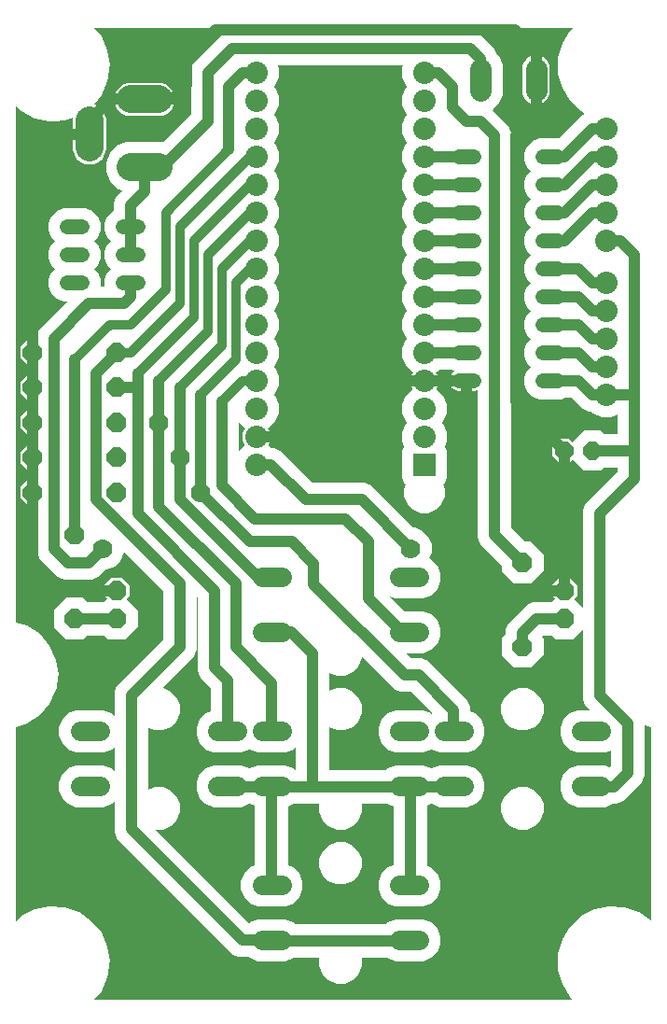
<source format=gbr>
G04 EAGLE Gerber RS-274X export*
G75*
%MOMM*%
%FSLAX34Y34*%
%LPD*%
%INBottom Copper*%
%IPPOS*%
%AMOC8*
5,1,8,0,0,1.08239X$1,22.5*%
G01*
%ADD10P,1.759533X8X202.500000*%
%ADD11P,1.787026X8X202.500000*%
%ADD12C,1.320800*%
%ADD13P,1.924489X8X112.500000*%
%ADD14R,2.032000X2.032000*%
%ADD15C,2.032000*%
%ADD16P,1.924489X8X22.500000*%
%ADD17C,1.790700*%
%ADD18C,2.500000*%
%ADD19C,1.981200*%
%ADD20C,1.016000*%
%ADD21C,0.812800*%
%ADD22C,1.778000*%
%ADD23C,0.609600*%

G36*
X515433Y10156D02*
X515433Y10156D01*
X515435Y10156D01*
X515435Y10158D01*
X515437Y10160D01*
X515435Y10161D01*
X515435Y10164D01*
X513048Y12394D01*
X505860Y24213D01*
X502128Y37533D01*
X502128Y51367D01*
X505860Y64687D01*
X513048Y76506D01*
X523157Y85948D01*
X535440Y92312D01*
X548984Y95127D01*
X562785Y94183D01*
X575819Y89550D01*
X586737Y81844D01*
X586738Y81844D01*
X586739Y81843D01*
X586741Y81844D01*
X586744Y81844D01*
X586743Y81846D01*
X586745Y81848D01*
X586745Y257486D01*
X586742Y257489D01*
X586741Y257491D01*
X580392Y259355D01*
X580391Y259355D01*
X580390Y259354D01*
X580386Y259352D01*
X580386Y259351D01*
X580385Y259350D01*
X580385Y212870D01*
X578066Y207270D01*
X561080Y190284D01*
X555481Y187965D01*
X552620Y187965D01*
X552618Y187963D01*
X552617Y187963D01*
X552162Y187508D01*
X545139Y184599D01*
X519629Y184599D01*
X512606Y187508D01*
X507231Y192884D01*
X504322Y199907D01*
X504322Y207509D01*
X507231Y214532D01*
X512606Y219908D01*
X519630Y222817D01*
X545138Y222817D01*
X548941Y221241D01*
X548945Y221243D01*
X548947Y221243D01*
X549913Y222209D01*
X549913Y222211D01*
X549914Y222211D01*
X549913Y222211D01*
X549914Y222212D01*
X549915Y222213D01*
X549915Y236354D01*
X549914Y236355D01*
X549915Y236356D01*
X549913Y236356D01*
X549910Y236359D01*
X549909Y236358D01*
X549908Y236359D01*
X545139Y234383D01*
X519629Y234383D01*
X512606Y237292D01*
X507231Y242668D01*
X504322Y249691D01*
X504322Y257293D01*
X507231Y264316D01*
X512606Y269692D01*
X519630Y272601D01*
X531342Y272601D01*
X531343Y272602D01*
X531345Y272602D01*
X531345Y272603D01*
X531346Y272605D01*
X531345Y272607D01*
X531345Y272609D01*
X526834Y277120D01*
X524515Y282719D01*
X524515Y345169D01*
X524514Y345170D01*
X524514Y345172D01*
X524512Y345172D01*
X524510Y345174D01*
X524510Y345173D01*
X524509Y345173D01*
X524508Y345172D01*
X524506Y345172D01*
X515889Y336555D01*
X500111Y336555D01*
X496303Y340363D01*
X496300Y340364D01*
X496299Y340365D01*
X488913Y340365D01*
X488911Y340363D01*
X488909Y340363D01*
X487793Y339248D01*
X487793Y339241D01*
X488945Y338089D01*
X488945Y322311D01*
X477789Y311155D01*
X462011Y311155D01*
X450855Y322311D01*
X450855Y338089D01*
X454663Y341897D01*
X454664Y341900D01*
X454665Y341901D01*
X454665Y345931D01*
X456984Y351530D01*
X473970Y368516D01*
X479570Y370835D01*
X496299Y370835D01*
X496301Y370837D01*
X496303Y370837D01*
X499151Y373685D01*
X499151Y373688D01*
X499151Y373689D01*
X499151Y373691D01*
X499151Y373692D01*
X496575Y376268D01*
X496575Y380995D01*
X508000Y380995D01*
X519425Y380995D01*
X519425Y376268D01*
X516849Y373692D01*
X516849Y373690D01*
X516849Y373689D01*
X516849Y373685D01*
X524506Y366028D01*
X524508Y366028D01*
X524509Y366026D01*
X524511Y366027D01*
X524513Y366027D01*
X524513Y366030D01*
X524515Y366031D01*
X524515Y453881D01*
X526834Y459480D01*
X556263Y488909D01*
X556264Y488912D01*
X556265Y488913D01*
X556265Y492760D01*
X556260Y492765D01*
X556260Y492764D01*
X556260Y492765D01*
X544023Y492765D01*
X544021Y492763D01*
X544020Y492763D01*
X540973Y489717D01*
X525827Y489717D01*
X515405Y500139D01*
X515399Y500139D01*
X515399Y500138D01*
X515398Y500139D01*
X512469Y497210D01*
X508005Y497210D01*
X508005Y508000D01*
X508005Y518790D01*
X512469Y518790D01*
X515398Y515861D01*
X515405Y515861D01*
X515405Y515862D01*
X515405Y515861D01*
X525827Y526283D01*
X540973Y526283D01*
X544020Y523237D01*
X544022Y523236D01*
X544023Y523235D01*
X556260Y523235D01*
X556265Y523240D01*
X556264Y523240D01*
X556265Y523240D01*
X556265Y541014D01*
X556264Y541015D01*
X556265Y541015D01*
X556263Y541016D01*
X556260Y541019D01*
X556259Y541018D01*
X556258Y541019D01*
X550141Y538485D01*
X542059Y538485D01*
X534592Y541578D01*
X532607Y543563D01*
X532604Y543564D01*
X532603Y543565D01*
X530369Y543565D01*
X524770Y545884D01*
X514391Y556263D01*
X514388Y556264D01*
X514387Y556265D01*
X508918Y556265D01*
X508917Y556264D01*
X508916Y556264D01*
X505238Y554741D01*
X485362Y554741D01*
X479203Y557292D01*
X474488Y562007D01*
X471937Y568166D01*
X471937Y574834D01*
X474488Y580993D01*
X477691Y584196D01*
X477692Y584198D01*
X477693Y584199D01*
X477692Y584200D01*
X477692Y584203D01*
X477691Y584203D01*
X477691Y584204D01*
X474488Y587407D01*
X471937Y593566D01*
X471937Y600234D01*
X474488Y606393D01*
X477691Y609596D01*
X477692Y609598D01*
X477693Y609599D01*
X477692Y609601D01*
X477692Y609603D01*
X477691Y609603D01*
X477691Y609604D01*
X474488Y612807D01*
X471937Y618966D01*
X471937Y625634D01*
X474488Y631793D01*
X477691Y634996D01*
X477692Y634999D01*
X477692Y635000D01*
X477692Y635001D01*
X477692Y635003D01*
X477691Y635003D01*
X477691Y635004D01*
X474488Y638207D01*
X471937Y644366D01*
X471937Y651034D01*
X474488Y657193D01*
X477691Y660396D01*
X477692Y660399D01*
X477692Y660400D01*
X477692Y660401D01*
X477692Y660403D01*
X477691Y660403D01*
X477691Y660404D01*
X474488Y663607D01*
X471937Y669766D01*
X471937Y676434D01*
X474488Y682593D01*
X477691Y685796D01*
X477692Y685800D01*
X477692Y685801D01*
X477692Y685803D01*
X477691Y685803D01*
X477691Y685804D01*
X474488Y689007D01*
X471937Y695166D01*
X471937Y701834D01*
X474488Y707993D01*
X477691Y711196D01*
X477692Y711200D01*
X477692Y711201D01*
X477692Y711203D01*
X477691Y711203D01*
X477691Y711204D01*
X474488Y714407D01*
X471937Y720566D01*
X471937Y727234D01*
X474488Y733393D01*
X477691Y736596D01*
X477692Y736603D01*
X477691Y736603D01*
X477691Y736604D01*
X474488Y739807D01*
X471937Y745966D01*
X471937Y752634D01*
X474488Y758793D01*
X477691Y761996D01*
X477692Y762003D01*
X477691Y762003D01*
X477691Y762004D01*
X474488Y765207D01*
X471937Y771366D01*
X471937Y778034D01*
X474488Y784193D01*
X479203Y788908D01*
X485362Y791459D01*
X503211Y791459D01*
X503213Y791461D01*
X503215Y791461D01*
X524770Y813016D01*
X526799Y813856D01*
X526799Y813857D01*
X526801Y813858D01*
X526800Y813859D01*
X526801Y813860D01*
X526801Y813862D01*
X526799Y813863D01*
X526799Y813865D01*
X523157Y815752D01*
X513048Y825194D01*
X505860Y837013D01*
X502128Y850333D01*
X502128Y864167D01*
X505860Y877487D01*
X513048Y889306D01*
X515435Y891536D01*
X515436Y891538D01*
X515437Y891539D01*
X515436Y891540D01*
X515436Y891543D01*
X515434Y891543D01*
X515432Y891545D01*
X391803Y891545D01*
X391802Y891544D01*
X391800Y891544D01*
X391800Y891542D01*
X391798Y891540D01*
X391800Y891539D01*
X391800Y891536D01*
X394974Y888362D01*
X394977Y888361D01*
X394978Y888360D01*
X425305Y888360D01*
X430905Y886041D01*
X444716Y872230D01*
X446176Y868706D01*
X446177Y868705D01*
X446177Y868704D01*
X449061Y865820D01*
X452115Y858446D01*
X452115Y830654D01*
X449061Y823280D01*
X443418Y817637D01*
X442534Y817271D01*
X442534Y817270D01*
X442533Y817270D01*
X442533Y817268D01*
X442532Y817265D01*
X442533Y817264D01*
X442533Y817263D01*
X453129Y806666D01*
X457416Y802380D01*
X459735Y796780D01*
X459735Y438113D01*
X459737Y438111D01*
X459737Y438109D01*
X472399Y425447D01*
X472402Y425446D01*
X472403Y425445D01*
X477789Y425445D01*
X488945Y414289D01*
X488945Y398511D01*
X477789Y387355D01*
X462011Y387355D01*
X450855Y398511D01*
X450855Y403897D01*
X450853Y403899D01*
X450853Y403901D01*
X435871Y418884D01*
X431584Y423170D01*
X429265Y428769D01*
X429265Y563075D01*
X429264Y563076D01*
X429265Y563077D01*
X429263Y563077D01*
X429260Y563080D01*
X429259Y563079D01*
X429258Y563080D01*
X428370Y562712D01*
X426604Y562361D01*
X419105Y562361D01*
X419105Y571500D01*
X419101Y571505D01*
X419100Y571505D01*
X403357Y571505D01*
X403357Y572400D01*
X403358Y572408D01*
X403363Y572433D01*
X403366Y572448D01*
X403369Y572463D01*
X403371Y572473D01*
X403374Y572488D01*
X403377Y572503D01*
X403379Y572513D01*
X403382Y572528D01*
X403385Y572542D01*
X403385Y572543D01*
X403387Y572552D01*
X403390Y572567D01*
X403393Y572582D01*
X403398Y572607D01*
X403401Y572622D01*
X403406Y572647D01*
X403409Y572662D01*
X403414Y572687D01*
X403417Y572701D01*
X403417Y572702D01*
X403420Y572716D01*
X403422Y572726D01*
X403425Y572741D01*
X403428Y572756D01*
X403430Y572766D01*
X403433Y572781D01*
X403436Y572796D01*
X403437Y572806D01*
X403438Y572806D01*
X403440Y572821D01*
X403443Y572836D01*
X403448Y572860D01*
X403448Y572861D01*
X403451Y572875D01*
X403456Y572900D01*
X403459Y572915D01*
X403464Y572940D01*
X403467Y572955D01*
X403472Y572980D01*
X403475Y572995D01*
X403478Y573010D01*
X403480Y573019D01*
X403480Y573020D01*
X403483Y573034D01*
X403486Y573049D01*
X403488Y573059D01*
X403491Y573074D01*
X403494Y573089D01*
X403496Y573099D01*
X403499Y573114D01*
X403502Y573129D01*
X403507Y573154D01*
X403510Y573169D01*
X403515Y573193D01*
X403518Y573208D01*
X403522Y573233D01*
X403523Y573233D01*
X403525Y573248D01*
X403528Y573263D01*
X403530Y573273D01*
X403533Y573288D01*
X403536Y573303D01*
X403538Y573313D01*
X403541Y573328D01*
X403544Y573342D01*
X403544Y573343D01*
X403546Y573352D01*
X403549Y573367D01*
X403552Y573382D01*
X403557Y573407D01*
X403560Y573422D01*
X403565Y573447D01*
X403568Y573462D01*
X403573Y573487D01*
X403576Y573501D01*
X403576Y573502D01*
X403581Y573526D01*
X403584Y573541D01*
X403587Y573556D01*
X403589Y573566D01*
X403592Y573581D01*
X403595Y573596D01*
X403597Y573606D01*
X403600Y573621D01*
X403603Y573636D01*
X403605Y573646D01*
X403607Y573660D01*
X403608Y573660D01*
X403607Y573661D01*
X403610Y573675D01*
X403615Y573700D01*
X403618Y573715D01*
X403623Y573740D01*
X403626Y573755D01*
X403631Y573780D01*
X403634Y573795D01*
X403637Y573810D01*
X403639Y573819D01*
X403639Y573820D01*
X403642Y573834D01*
X403645Y573849D01*
X403647Y573859D01*
X403650Y573874D01*
X403653Y573889D01*
X403655Y573899D01*
X403658Y573914D01*
X403661Y573929D01*
X403666Y573954D01*
X403669Y573969D01*
X403674Y573993D01*
X403677Y574008D01*
X403682Y574033D01*
X403685Y574048D01*
X403688Y574063D01*
X403690Y574073D01*
X403692Y574088D01*
X403693Y574088D01*
X403692Y574088D01*
X403695Y574103D01*
X403697Y574113D01*
X403700Y574128D01*
X403703Y574142D01*
X403705Y574152D01*
X403708Y574166D01*
X404397Y575829D01*
X405397Y577326D01*
X406670Y578599D01*
X408167Y579599D01*
X409452Y580131D01*
X409453Y580134D01*
X409455Y580135D01*
X409454Y580136D01*
X409455Y580137D01*
X409452Y580138D01*
X409450Y580141D01*
X409162Y580141D01*
X405484Y581664D01*
X405483Y581664D01*
X405482Y581665D01*
X394497Y581665D01*
X394495Y581663D01*
X394493Y581663D01*
X392508Y579678D01*
X391163Y579121D01*
X391163Y579120D01*
X391162Y579120D01*
X391162Y579119D01*
X391160Y579115D01*
X391161Y579114D01*
X391161Y579113D01*
X391858Y578154D01*
X392765Y576373D01*
X393383Y574473D01*
X393695Y572499D01*
X393695Y571505D01*
X381000Y571505D01*
X368305Y571505D01*
X368305Y572499D01*
X368617Y574473D01*
X369235Y576373D01*
X370142Y578154D01*
X370839Y579113D01*
X370839Y579114D01*
X370839Y579115D01*
X370839Y579120D01*
X370837Y579120D01*
X370837Y579121D01*
X369492Y579678D01*
X363778Y585392D01*
X360685Y592859D01*
X360685Y600941D01*
X363778Y608408D01*
X364966Y609596D01*
X364967Y609598D01*
X364968Y609599D01*
X364967Y609601D01*
X364967Y609603D01*
X364966Y609603D01*
X364966Y609604D01*
X363778Y610792D01*
X360685Y618259D01*
X360685Y626341D01*
X363778Y633808D01*
X364966Y634996D01*
X364967Y634999D01*
X364968Y635000D01*
X364967Y635001D01*
X364967Y635003D01*
X364966Y635003D01*
X364966Y635004D01*
X363778Y636192D01*
X360685Y643659D01*
X360685Y651741D01*
X363778Y659208D01*
X364966Y660396D01*
X364967Y660399D01*
X364967Y660400D01*
X364967Y660401D01*
X364967Y660403D01*
X364966Y660403D01*
X364966Y660404D01*
X363778Y661592D01*
X360685Y669059D01*
X360685Y677141D01*
X363778Y684608D01*
X364966Y685796D01*
X364967Y685800D01*
X364967Y685801D01*
X364967Y685803D01*
X364966Y685803D01*
X364966Y685804D01*
X363778Y686992D01*
X360685Y694459D01*
X360685Y702541D01*
X363778Y710008D01*
X364966Y711196D01*
X364967Y711200D01*
X364967Y711201D01*
X364967Y711203D01*
X364966Y711203D01*
X364966Y711204D01*
X363778Y712392D01*
X360685Y719859D01*
X360685Y727941D01*
X363778Y735408D01*
X364966Y736596D01*
X364967Y736603D01*
X364966Y736603D01*
X364966Y736604D01*
X363778Y737792D01*
X360685Y745259D01*
X360685Y753341D01*
X363778Y760808D01*
X364966Y761996D01*
X364967Y762003D01*
X364966Y762003D01*
X364966Y762004D01*
X363778Y763192D01*
X360685Y770659D01*
X360685Y778741D01*
X363778Y786208D01*
X364966Y787396D01*
X364967Y787403D01*
X364966Y787403D01*
X364966Y787404D01*
X363778Y788592D01*
X360685Y796059D01*
X360685Y804141D01*
X363778Y811608D01*
X364966Y812796D01*
X364967Y812803D01*
X364966Y812803D01*
X364966Y812804D01*
X363778Y813992D01*
X360685Y821459D01*
X360685Y829541D01*
X363778Y837008D01*
X364966Y838196D01*
X364967Y838203D01*
X364966Y838203D01*
X364966Y838204D01*
X363778Y839392D01*
X360685Y846859D01*
X360685Y854941D01*
X361903Y857883D01*
X361903Y857884D01*
X361904Y857884D01*
X361902Y857886D01*
X361901Y857889D01*
X361900Y857889D01*
X361899Y857890D01*
X247701Y857890D01*
X247701Y857889D01*
X247700Y857890D01*
X247699Y857888D01*
X247696Y857885D01*
X247697Y857884D01*
X247697Y857883D01*
X248915Y854941D01*
X248915Y846859D01*
X245822Y839392D01*
X244634Y838204D01*
X244633Y838197D01*
X244634Y838197D01*
X244634Y838196D01*
X245822Y837008D01*
X248915Y829541D01*
X248915Y821459D01*
X245822Y813992D01*
X244634Y812804D01*
X244633Y812797D01*
X244634Y812797D01*
X244634Y812796D01*
X245822Y811608D01*
X248915Y804141D01*
X248915Y796059D01*
X245822Y788592D01*
X244634Y787404D01*
X244633Y787397D01*
X244634Y787397D01*
X244634Y787396D01*
X245822Y786208D01*
X248915Y778741D01*
X248915Y770659D01*
X245822Y763192D01*
X244634Y762004D01*
X244633Y761997D01*
X244634Y761997D01*
X244634Y761996D01*
X245822Y760808D01*
X248915Y753341D01*
X248915Y745259D01*
X245822Y737792D01*
X244634Y736604D01*
X244633Y736597D01*
X244634Y736597D01*
X244634Y736596D01*
X245822Y735408D01*
X248915Y727941D01*
X248915Y719859D01*
X245822Y712392D01*
X244634Y711204D01*
X244633Y711202D01*
X244633Y711201D01*
X244633Y711197D01*
X244634Y711197D01*
X244634Y711196D01*
X245822Y710008D01*
X248915Y702541D01*
X248915Y694459D01*
X245822Y686992D01*
X244634Y685804D01*
X244633Y685802D01*
X244633Y685801D01*
X244633Y685797D01*
X244634Y685797D01*
X244634Y685796D01*
X245822Y684608D01*
X248915Y677141D01*
X248915Y669059D01*
X245822Y661592D01*
X244634Y660404D01*
X244633Y660402D01*
X244633Y660401D01*
X244633Y660400D01*
X244633Y660397D01*
X244634Y660397D01*
X244634Y660396D01*
X245822Y659208D01*
X248915Y651741D01*
X248915Y643659D01*
X245822Y636192D01*
X244634Y635004D01*
X244633Y635002D01*
X244632Y635001D01*
X244633Y635000D01*
X244633Y634997D01*
X244634Y634997D01*
X244634Y634996D01*
X245822Y633808D01*
X248915Y626341D01*
X248915Y618259D01*
X245822Y610792D01*
X244634Y609604D01*
X244633Y609602D01*
X244632Y609601D01*
X244633Y609599D01*
X244633Y609597D01*
X244634Y609597D01*
X244634Y609596D01*
X245822Y608408D01*
X248915Y600941D01*
X248915Y592859D01*
X245822Y585392D01*
X244634Y584204D01*
X244633Y584201D01*
X244632Y584200D01*
X244633Y584199D01*
X244633Y584197D01*
X244634Y584197D01*
X244634Y584196D01*
X245822Y583008D01*
X248915Y575541D01*
X248915Y567459D01*
X245822Y559992D01*
X244634Y558804D01*
X244633Y558801D01*
X244633Y558800D01*
X244633Y558799D01*
X244633Y558797D01*
X244634Y558797D01*
X244634Y558796D01*
X245822Y557608D01*
X248915Y550141D01*
X248915Y542059D01*
X245822Y534592D01*
X240108Y528878D01*
X238763Y528321D01*
X238763Y528320D01*
X238762Y528320D01*
X238762Y528319D01*
X238762Y528318D01*
X238761Y528317D01*
X238761Y528316D01*
X238760Y528315D01*
X238761Y528314D01*
X238761Y528313D01*
X239458Y527354D01*
X240365Y525573D01*
X240983Y523673D01*
X241295Y521699D01*
X241295Y520705D01*
X228600Y520705D01*
X215905Y520705D01*
X215905Y521699D01*
X216217Y523673D01*
X216835Y525573D01*
X217742Y527354D01*
X218439Y528313D01*
X218439Y528314D01*
X218439Y528315D01*
X218439Y528316D01*
X218439Y528320D01*
X218437Y528320D01*
X218437Y528321D01*
X217092Y528878D01*
X212094Y533876D01*
X212092Y533876D01*
X212091Y533878D01*
X212089Y533877D01*
X212087Y533877D01*
X212087Y533874D01*
X212085Y533873D01*
X212085Y507527D01*
X212086Y507526D01*
X212086Y507524D01*
X212088Y507524D01*
X212090Y507522D01*
X212091Y507524D01*
X212094Y507524D01*
X217092Y512522D01*
X218437Y513079D01*
X218437Y513080D01*
X218438Y513080D01*
X218438Y513081D01*
X218440Y513085D01*
X218439Y513086D01*
X218439Y513087D01*
X217742Y514046D01*
X216835Y515827D01*
X216217Y517727D01*
X215905Y519701D01*
X215905Y520695D01*
X228600Y520695D01*
X241295Y520695D01*
X241295Y519701D01*
X240983Y517727D01*
X240365Y515827D01*
X239458Y514046D01*
X238761Y513087D01*
X238761Y513086D01*
X238761Y513085D01*
X238761Y513080D01*
X238763Y513080D01*
X238763Y513079D01*
X240108Y512522D01*
X242093Y510537D01*
X242096Y510536D01*
X242097Y510535D01*
X244330Y510535D01*
X249930Y508216D01*
X279359Y478787D01*
X279362Y478786D01*
X279363Y478785D01*
X326880Y478785D01*
X332480Y476466D01*
X370799Y438147D01*
X370802Y438146D01*
X370803Y438145D01*
X372088Y438145D01*
X379088Y435246D01*
X384446Y429888D01*
X387345Y422888D01*
X387345Y415312D01*
X385213Y410163D01*
X385215Y410157D01*
X385215Y410156D01*
X387062Y409392D01*
X392437Y404016D01*
X395346Y396993D01*
X395346Y389391D01*
X392437Y382368D01*
X387062Y376992D01*
X380039Y374083D01*
X354529Y374083D01*
X349901Y376001D01*
X349898Y376000D01*
X349896Y376000D01*
X349896Y375999D01*
X349894Y375999D01*
X349895Y375996D01*
X349895Y375993D01*
X363370Y362518D01*
X363372Y362518D01*
X363373Y362517D01*
X380038Y362517D01*
X387062Y359608D01*
X392437Y354232D01*
X395346Y347209D01*
X395346Y339607D01*
X392437Y332584D01*
X387062Y327208D01*
X380039Y324299D01*
X364516Y324299D01*
X364515Y324298D01*
X364513Y324298D01*
X364513Y324297D01*
X364512Y324295D01*
X364513Y324293D01*
X364513Y324291D01*
X369275Y319529D01*
X369278Y319528D01*
X369279Y319527D01*
X378696Y319527D01*
X384296Y317208D01*
X420332Y281172D01*
X422651Y275572D01*
X422651Y271576D01*
X422654Y271574D01*
X422654Y271572D01*
X427194Y269692D01*
X432569Y264316D01*
X435478Y257293D01*
X435478Y249691D01*
X432569Y242668D01*
X427194Y237292D01*
X420171Y234383D01*
X394661Y234383D01*
X387638Y237292D01*
X387354Y237577D01*
X387347Y237578D01*
X387347Y237577D01*
X387346Y237577D01*
X387062Y237292D01*
X380039Y234383D01*
X354529Y234383D01*
X347506Y237292D01*
X342131Y242668D01*
X339222Y249691D01*
X339222Y257293D01*
X342131Y264316D01*
X347506Y269692D01*
X354530Y272601D01*
X380038Y272601D01*
X387062Y269692D01*
X387346Y269407D01*
X387353Y269406D01*
X387353Y269407D01*
X387354Y269407D01*
X387638Y269692D01*
X388397Y270006D01*
X388398Y270006D01*
X388398Y270008D01*
X388399Y270010D01*
X388400Y270012D01*
X388398Y270012D01*
X388398Y270014D01*
X369357Y289055D01*
X369355Y289055D01*
X369354Y289056D01*
X369353Y289057D01*
X359935Y289057D01*
X354336Y291376D01*
X323981Y321732D01*
X323979Y321732D01*
X323978Y321733D01*
X323976Y321732D01*
X323974Y321732D01*
X323974Y321730D01*
X323972Y321728D01*
X323972Y319528D01*
X321053Y312482D01*
X315660Y307089D01*
X308614Y304170D01*
X300986Y304170D01*
X294642Y306798D01*
X294641Y306797D01*
X294641Y306798D01*
X294639Y306797D01*
X294636Y306796D01*
X294636Y306794D01*
X294635Y306793D01*
X294635Y290107D01*
X294636Y290106D01*
X294635Y290106D01*
X294637Y290105D01*
X294640Y290102D01*
X294641Y290103D01*
X294642Y290102D01*
X300986Y292730D01*
X308614Y292730D01*
X315660Y289811D01*
X321053Y284418D01*
X323972Y277372D01*
X323972Y269744D01*
X321053Y262698D01*
X315660Y257305D01*
X308614Y254386D01*
X300986Y254386D01*
X294642Y257014D01*
X294641Y257013D01*
X294641Y257014D01*
X294639Y257013D01*
X294636Y257012D01*
X294636Y257010D01*
X294635Y257009D01*
X294635Y218440D01*
X294640Y218435D01*
X294640Y218436D01*
X294640Y218435D01*
X346032Y218435D01*
X346033Y218437D01*
X346034Y218437D01*
X346035Y218437D01*
X347506Y219908D01*
X354530Y222817D01*
X380038Y222817D01*
X387062Y219908D01*
X387346Y219623D01*
X387353Y219622D01*
X387353Y219623D01*
X387354Y219623D01*
X387638Y219908D01*
X394662Y222817D01*
X420170Y222817D01*
X427194Y219908D01*
X432569Y214532D01*
X435478Y207509D01*
X435478Y199907D01*
X432569Y192884D01*
X427194Y187508D01*
X420171Y184599D01*
X394661Y184599D01*
X387638Y187508D01*
X387354Y187793D01*
X387347Y187794D01*
X387347Y187793D01*
X387346Y187793D01*
X387062Y187508D01*
X383538Y186049D01*
X383537Y186046D01*
X383535Y186045D01*
X383535Y186044D01*
X383535Y131456D01*
X383538Y131453D01*
X383538Y131451D01*
X387062Y129992D01*
X392437Y124616D01*
X395346Y117593D01*
X395346Y109991D01*
X392437Y102968D01*
X387062Y97592D01*
X380039Y94683D01*
X354529Y94683D01*
X347506Y97592D01*
X342131Y102968D01*
X339222Y109991D01*
X339222Y117593D01*
X342131Y124616D01*
X347506Y129992D01*
X353062Y132293D01*
X353063Y132296D01*
X353064Y132296D01*
X353065Y132297D01*
X353065Y185203D01*
X353062Y185205D01*
X353062Y185207D01*
X347506Y187508D01*
X347051Y187963D01*
X347049Y187964D01*
X347048Y187965D01*
X323769Y187965D01*
X323768Y187964D01*
X323767Y187965D01*
X323767Y187963D01*
X323764Y187960D01*
X323765Y187959D01*
X323764Y187958D01*
X323972Y187456D01*
X323972Y179828D01*
X321053Y172782D01*
X315660Y167389D01*
X308614Y164470D01*
X300986Y164470D01*
X293940Y167389D01*
X288547Y172782D01*
X285628Y179828D01*
X285628Y187456D01*
X285836Y187958D01*
X285836Y187959D01*
X285835Y187961D01*
X285834Y187964D01*
X285832Y187964D01*
X285831Y187965D01*
X262552Y187965D01*
X262550Y187963D01*
X262549Y187963D01*
X262094Y187508D01*
X257046Y185418D01*
X257045Y185415D01*
X257043Y185414D01*
X257043Y185413D01*
X257043Y132087D01*
X257046Y132084D01*
X257046Y132082D01*
X262094Y129992D01*
X267469Y124616D01*
X270378Y117593D01*
X270378Y109991D01*
X267469Y102968D01*
X262094Y97592D01*
X255071Y94683D01*
X229561Y94683D01*
X222538Y97592D01*
X217163Y102968D01*
X214254Y109991D01*
X214254Y117593D01*
X217163Y124616D01*
X222538Y129992D01*
X226570Y131661D01*
X226571Y131664D01*
X226573Y131665D01*
X226572Y131666D01*
X226573Y131666D01*
X226573Y185834D01*
X226570Y185837D01*
X226570Y185839D01*
X222538Y187508D01*
X222254Y187793D01*
X222247Y187794D01*
X222247Y187793D01*
X222246Y187793D01*
X221962Y187508D01*
X214939Y184599D01*
X189429Y184599D01*
X182406Y187508D01*
X177031Y192884D01*
X174122Y199907D01*
X174122Y207509D01*
X177031Y214532D01*
X182406Y219908D01*
X189430Y222817D01*
X214938Y222817D01*
X221962Y219908D01*
X222246Y219623D01*
X222253Y219622D01*
X222253Y219623D01*
X222254Y219623D01*
X222538Y219908D01*
X229562Y222817D01*
X255070Y222817D01*
X262094Y219908D01*
X263565Y218437D01*
X263567Y218436D01*
X263568Y218435D01*
X264160Y218435D01*
X264165Y218440D01*
X264164Y218440D01*
X264165Y218440D01*
X264165Y239352D01*
X264164Y239353D01*
X264164Y239355D01*
X264162Y239355D01*
X264160Y239356D01*
X264159Y239355D01*
X264156Y239355D01*
X262094Y237292D01*
X255071Y234383D01*
X229561Y234383D01*
X222538Y237292D01*
X222254Y237577D01*
X222247Y237578D01*
X222247Y237577D01*
X222246Y237577D01*
X221962Y237292D01*
X214939Y234383D01*
X189429Y234383D01*
X182406Y237292D01*
X177031Y242668D01*
X174122Y249691D01*
X174122Y257293D01*
X177031Y264316D01*
X182406Y269692D01*
X186946Y271572D01*
X186947Y271575D01*
X186948Y271575D01*
X186949Y271576D01*
X186949Y293153D01*
X186947Y293155D01*
X186947Y293157D01*
X177584Y302520D01*
X175265Y308119D01*
X175265Y374687D01*
X175263Y374689D01*
X175263Y374691D01*
X173994Y375961D01*
X173992Y375961D01*
X173991Y375962D01*
X173989Y375961D01*
X173987Y375961D01*
X173987Y375959D01*
X173985Y375957D01*
X173985Y327170D01*
X171666Y321570D01*
X167379Y317284D01*
X142834Y292739D01*
X142834Y292737D01*
X142833Y292736D01*
X142834Y292734D01*
X142834Y292732D01*
X142836Y292732D01*
X142838Y292730D01*
X143514Y292730D01*
X150560Y289811D01*
X155953Y284418D01*
X158872Y277372D01*
X158872Y269744D01*
X155953Y262698D01*
X150560Y257305D01*
X143514Y254386D01*
X135886Y254386D01*
X130050Y256803D01*
X130049Y256803D01*
X130049Y256804D01*
X130047Y256802D01*
X130044Y256801D01*
X130044Y256800D01*
X130043Y256799D01*
X130043Y200401D01*
X130044Y200401D01*
X130043Y200400D01*
X130045Y200399D01*
X130048Y200396D01*
X130049Y200397D01*
X130050Y200397D01*
X135886Y202814D01*
X143514Y202814D01*
X150560Y199895D01*
X155953Y194502D01*
X158872Y187456D01*
X158872Y179828D01*
X155953Y172782D01*
X150560Y167389D01*
X143514Y164470D01*
X136996Y164470D01*
X136995Y164469D01*
X136993Y164469D01*
X136993Y164467D01*
X136991Y164465D01*
X136993Y164464D01*
X136992Y164461D01*
X221889Y79565D01*
X221891Y79565D01*
X221892Y79564D01*
X221894Y79565D01*
X221895Y79565D01*
X221896Y79565D01*
X222538Y80208D01*
X229562Y83117D01*
X255070Y83117D01*
X262094Y80208D01*
X263565Y78737D01*
X263567Y78736D01*
X263568Y78735D01*
X346032Y78735D01*
X346034Y78737D01*
X346035Y78737D01*
X347506Y80208D01*
X354530Y83117D01*
X380038Y83117D01*
X387062Y80208D01*
X392437Y74832D01*
X395346Y67809D01*
X395346Y60207D01*
X392437Y53184D01*
X387062Y47808D01*
X380039Y44899D01*
X354529Y44899D01*
X347506Y47808D01*
X347051Y48263D01*
X347049Y48264D01*
X347048Y48265D01*
X323769Y48265D01*
X323768Y48264D01*
X323767Y48265D01*
X323767Y48263D01*
X323764Y48260D01*
X323765Y48259D01*
X323764Y48258D01*
X323972Y47756D01*
X323972Y40128D01*
X321053Y33082D01*
X315660Y27689D01*
X308614Y24770D01*
X300986Y24770D01*
X293940Y27689D01*
X288547Y33082D01*
X285628Y40128D01*
X285628Y47756D01*
X285836Y48258D01*
X285836Y48259D01*
X285835Y48261D01*
X285834Y48264D01*
X285832Y48264D01*
X285831Y48265D01*
X262552Y48265D01*
X262550Y48263D01*
X262549Y48263D01*
X262094Y47808D01*
X255071Y44899D01*
X229561Y44899D01*
X222538Y47808D01*
X221575Y48771D01*
X221573Y48772D01*
X221572Y48772D01*
X221572Y48773D01*
X212869Y48773D01*
X207270Y51092D01*
X101892Y156470D01*
X99573Y162069D01*
X99573Y190076D01*
X99572Y190077D01*
X99572Y190079D01*
X99570Y190079D01*
X99568Y190080D01*
X99567Y190079D01*
X99564Y190079D01*
X96994Y187508D01*
X89971Y184599D01*
X64461Y184599D01*
X57438Y187508D01*
X52063Y192884D01*
X49154Y199907D01*
X49154Y207509D01*
X52063Y214532D01*
X57438Y219908D01*
X64462Y222817D01*
X89970Y222817D01*
X96994Y219908D01*
X99564Y217337D01*
X99566Y217337D01*
X99567Y217336D01*
X99569Y217337D01*
X99571Y217337D01*
X99571Y217339D01*
X99573Y217340D01*
X99573Y239860D01*
X99572Y239861D01*
X99572Y239863D01*
X99570Y239863D01*
X99568Y239864D01*
X99567Y239863D01*
X99564Y239863D01*
X96994Y237292D01*
X89971Y234383D01*
X64461Y234383D01*
X57438Y237292D01*
X52063Y242668D01*
X49154Y249691D01*
X49154Y257293D01*
X52063Y264316D01*
X57438Y269692D01*
X64462Y272601D01*
X89970Y272601D01*
X96994Y269692D01*
X99564Y267121D01*
X99566Y267121D01*
X99567Y267120D01*
X99569Y267121D01*
X99571Y267121D01*
X99571Y267123D01*
X99573Y267124D01*
X99573Y289289D01*
X101892Y294888D01*
X143513Y336509D01*
X143513Y336511D01*
X143515Y336512D01*
X143514Y336512D01*
X143515Y336513D01*
X143515Y381037D01*
X143513Y381039D01*
X143513Y381041D01*
X107954Y416601D01*
X107952Y416601D01*
X107951Y416602D01*
X107949Y416601D01*
X107947Y416601D01*
X107947Y416599D01*
X107945Y416597D01*
X107945Y415312D01*
X105046Y408312D01*
X99688Y402954D01*
X92688Y400055D01*
X91403Y400055D01*
X91401Y400053D01*
X91399Y400053D01*
X84830Y393484D01*
X79231Y391165D01*
X54119Y391165D01*
X48520Y393484D01*
X31534Y410470D01*
X29215Y416069D01*
X29215Y458470D01*
X29210Y458475D01*
X29210Y458474D01*
X29210Y458475D01*
X25405Y458475D01*
X25405Y469900D01*
X25405Y481325D01*
X29210Y481325D01*
X29215Y481330D01*
X29214Y481330D01*
X29215Y481330D01*
X29215Y490220D01*
X29210Y490225D01*
X29210Y490224D01*
X29210Y490225D01*
X25405Y490225D01*
X25405Y501650D01*
X25405Y513075D01*
X29210Y513075D01*
X29215Y513080D01*
X29214Y513080D01*
X29215Y513080D01*
X29215Y521970D01*
X29210Y521975D01*
X29210Y521974D01*
X29210Y521975D01*
X25405Y521975D01*
X25405Y533400D01*
X25405Y544825D01*
X29210Y544825D01*
X29215Y544830D01*
X29214Y544830D01*
X29215Y544830D01*
X29215Y553720D01*
X29210Y553725D01*
X29210Y553724D01*
X29210Y553725D01*
X25405Y553725D01*
X25405Y565150D01*
X25405Y576575D01*
X29210Y576575D01*
X29215Y576580D01*
X29214Y576580D01*
X29215Y576580D01*
X29215Y585470D01*
X29210Y585475D01*
X29210Y585474D01*
X29210Y585475D01*
X25405Y585475D01*
X25405Y596900D01*
X25405Y608325D01*
X29210Y608325D01*
X29215Y608330D01*
X29214Y608330D01*
X29215Y608330D01*
X29215Y612631D01*
X31534Y618230D01*
X35821Y622516D01*
X56937Y643632D01*
X56937Y643634D01*
X56938Y643635D01*
X56937Y643637D01*
X56937Y643639D01*
X56935Y643639D01*
X56933Y643641D01*
X53562Y643641D01*
X47403Y646192D01*
X42688Y650907D01*
X40137Y657066D01*
X40137Y663734D01*
X42688Y669893D01*
X45891Y673096D01*
X45892Y673100D01*
X45892Y673101D01*
X45892Y673103D01*
X45891Y673103D01*
X45891Y673104D01*
X42688Y676307D01*
X40137Y682466D01*
X40137Y689134D01*
X42688Y695293D01*
X45891Y698496D01*
X45892Y698500D01*
X45892Y698501D01*
X45892Y698503D01*
X45891Y698503D01*
X45891Y698504D01*
X42688Y701707D01*
X40137Y707866D01*
X40137Y714534D01*
X42688Y720693D01*
X47403Y725408D01*
X53562Y727959D01*
X73438Y727959D01*
X79597Y725408D01*
X84312Y720693D01*
X86863Y714534D01*
X86863Y707866D01*
X84312Y701707D01*
X81109Y698504D01*
X81108Y698502D01*
X81108Y698501D01*
X81108Y698497D01*
X81109Y698497D01*
X81109Y698496D01*
X84312Y695293D01*
X86863Y689134D01*
X86863Y682466D01*
X84312Y676307D01*
X81109Y673104D01*
X81108Y673102D01*
X81108Y673101D01*
X81108Y673097D01*
X81109Y673097D01*
X81109Y673096D01*
X84312Y669893D01*
X86863Y663734D01*
X86863Y657066D01*
X86667Y656592D01*
X86667Y656591D01*
X86666Y656591D01*
X86668Y656589D01*
X86669Y656586D01*
X86670Y656586D01*
X86671Y656585D01*
X91129Y656585D01*
X91129Y656586D01*
X91130Y656585D01*
X91131Y656587D01*
X91134Y656590D01*
X91133Y656591D01*
X91133Y656592D01*
X90937Y657066D01*
X90937Y663734D01*
X93488Y669893D01*
X96691Y673096D01*
X96692Y673100D01*
X96692Y673101D01*
X96692Y673103D01*
X96691Y673103D01*
X96691Y673104D01*
X93488Y676307D01*
X90937Y682466D01*
X90937Y689134D01*
X93488Y695293D01*
X96691Y698496D01*
X96692Y698500D01*
X96692Y698501D01*
X96692Y698503D01*
X96691Y698503D01*
X96691Y698504D01*
X93488Y701707D01*
X90937Y707866D01*
X90937Y714534D01*
X93488Y720693D01*
X98203Y725408D01*
X99062Y725764D01*
X99063Y725767D01*
X99065Y725768D01*
X99065Y733281D01*
X101384Y738880D01*
X106492Y743988D01*
X106492Y743989D01*
X106493Y743989D01*
X106492Y743991D01*
X106492Y743994D01*
X106491Y743994D01*
X106490Y743996D01*
X101667Y745994D01*
X95294Y752367D01*
X91845Y760694D01*
X91845Y769706D01*
X95294Y778033D01*
X101667Y784406D01*
X109994Y787855D01*
X144007Y787855D01*
X144009Y787857D01*
X144011Y787857D01*
X168913Y812759D01*
X168913Y812761D01*
X168914Y812762D01*
X168915Y812763D01*
X168915Y853931D01*
X171234Y859530D01*
X197745Y886041D01*
X203345Y888360D01*
X214622Y888360D01*
X214624Y888362D01*
X214626Y888362D01*
X217800Y891536D01*
X217800Y891538D01*
X217802Y891539D01*
X217801Y891541D01*
X217801Y891543D01*
X217798Y891543D01*
X217797Y891545D01*
X81432Y891545D01*
X81431Y891544D01*
X81429Y891544D01*
X81429Y891542D01*
X81427Y891540D01*
X81428Y891539D01*
X81428Y891537D01*
X87850Y883642D01*
X93362Y870954D01*
X95245Y857250D01*
X95241Y857223D01*
X95237Y857189D01*
X95232Y857154D01*
X95228Y857124D01*
X95227Y857119D01*
X95223Y857089D01*
X95222Y857084D01*
X95218Y857054D01*
X95218Y857049D01*
X95213Y857020D01*
X95213Y857015D01*
X95209Y856985D01*
X95204Y856950D01*
X95199Y856915D01*
X95195Y856885D01*
X95194Y856881D01*
X95194Y856880D01*
X95190Y856851D01*
X95190Y856846D01*
X95185Y856816D01*
X95185Y856811D01*
X95181Y856781D01*
X95176Y856746D01*
X95171Y856712D01*
X95166Y856677D01*
X95162Y856647D01*
X95162Y856642D01*
X95157Y856612D01*
X95157Y856607D01*
X95153Y856577D01*
X95152Y856572D01*
X95148Y856543D01*
X95143Y856508D01*
X95138Y856473D01*
X95134Y856443D01*
X95134Y856438D01*
X95129Y856408D01*
X95129Y856404D01*
X95129Y856403D01*
X95125Y856374D01*
X95124Y856369D01*
X95120Y856339D01*
X95119Y856334D01*
X95115Y856304D01*
X95110Y856269D01*
X95106Y856235D01*
X95101Y856205D01*
X95101Y856200D01*
X95097Y856170D01*
X95096Y856165D01*
X95092Y856135D01*
X95091Y856130D01*
X95087Y856100D01*
X95086Y856095D01*
X95082Y856066D01*
X95078Y856031D01*
X95073Y855996D01*
X95069Y855966D01*
X95068Y855961D01*
X95064Y855931D01*
X95063Y855927D01*
X95063Y855926D01*
X95059Y855897D01*
X95058Y855892D01*
X95054Y855862D01*
X95054Y855857D01*
X95050Y855827D01*
X95045Y855792D01*
X95040Y855758D01*
X95036Y855728D01*
X95035Y855723D01*
X95031Y855693D01*
X95030Y855688D01*
X95026Y855658D01*
X95026Y855653D01*
X95022Y855623D01*
X95021Y855618D01*
X95017Y855589D01*
X95012Y855554D01*
X95007Y855519D01*
X95003Y855489D01*
X95002Y855484D01*
X94998Y855454D01*
X94998Y855450D01*
X94998Y855449D01*
X94994Y855420D01*
X94993Y855415D01*
X94989Y855385D01*
X94988Y855380D01*
X94984Y855350D01*
X94979Y855315D01*
X94974Y855281D01*
X94970Y855251D01*
X94970Y855246D01*
X94966Y855216D01*
X94965Y855211D01*
X94961Y855181D01*
X94960Y855176D01*
X94956Y855146D01*
X94951Y855112D01*
X94946Y855077D01*
X94942Y855042D01*
X94938Y855012D01*
X94937Y855007D01*
X94933Y854977D01*
X94932Y854973D01*
X94932Y854972D01*
X94928Y854943D01*
X94927Y854938D01*
X94923Y854908D01*
X94918Y854873D01*
X94914Y854838D01*
X94910Y854809D01*
X94909Y854804D01*
X94905Y854774D01*
X94904Y854769D01*
X94900Y854739D01*
X94899Y854734D01*
X94895Y854704D01*
X94895Y854699D01*
X94890Y854669D01*
X94886Y854635D01*
X94881Y854600D01*
X94877Y854570D01*
X94876Y854565D01*
X94872Y854535D01*
X94871Y854530D01*
X94867Y854500D01*
X94867Y854496D01*
X94867Y854495D01*
X94862Y854466D01*
X94862Y854461D01*
X94858Y854431D01*
X94853Y854396D01*
X94848Y854361D01*
X94844Y854332D01*
X94843Y854327D01*
X94839Y854297D01*
X94839Y854292D01*
X94834Y854262D01*
X94834Y854257D01*
X94830Y854227D01*
X94829Y854222D01*
X94825Y854192D01*
X94820Y854158D01*
X94815Y854123D01*
X94811Y854093D01*
X94811Y854088D01*
X94806Y854058D01*
X94806Y854053D01*
X94802Y854023D01*
X94801Y854019D01*
X94801Y854018D01*
X94797Y853989D01*
X94796Y853984D01*
X94792Y853954D01*
X94787Y853919D01*
X94783Y853884D01*
X94778Y853855D01*
X94778Y853854D01*
X94778Y853850D01*
X94774Y853820D01*
X94773Y853815D01*
X94769Y853785D01*
X94768Y853780D01*
X94764Y853750D01*
X94763Y853745D01*
X94759Y853715D01*
X94755Y853681D01*
X94750Y853646D01*
X94746Y853616D01*
X94745Y853611D01*
X94741Y853581D01*
X94740Y853576D01*
X94736Y853546D01*
X94735Y853542D01*
X94735Y853541D01*
X94731Y853512D01*
X94727Y853477D01*
X94722Y853442D01*
X94717Y853407D01*
X94713Y853378D01*
X94713Y853377D01*
X94712Y853373D01*
X94708Y853343D01*
X94707Y853338D01*
X94703Y853308D01*
X94703Y853303D01*
X94699Y853273D01*
X94694Y853238D01*
X94689Y853204D01*
X94685Y853174D01*
X94684Y853169D01*
X94680Y853139D01*
X94679Y853134D01*
X94675Y853104D01*
X94675Y853099D01*
X94671Y853069D01*
X94670Y853065D01*
X94670Y853064D01*
X94666Y853035D01*
X94661Y853000D01*
X94656Y852965D01*
X94652Y852935D01*
X94651Y852930D01*
X94647Y852901D01*
X94647Y852900D01*
X94647Y852896D01*
X94643Y852866D01*
X94642Y852861D01*
X94638Y852831D01*
X94637Y852826D01*
X94633Y852796D01*
X94628Y852761D01*
X94623Y852727D01*
X94619Y852697D01*
X94619Y852692D01*
X94615Y852662D01*
X94614Y852657D01*
X94610Y852627D01*
X94609Y852622D01*
X94605Y852592D01*
X94604Y852588D01*
X94604Y852587D01*
X94600Y852558D01*
X94595Y852523D01*
X94591Y852488D01*
X94587Y852458D01*
X94586Y852453D01*
X94582Y852424D01*
X94582Y852423D01*
X94581Y852419D01*
X94577Y852389D01*
X94576Y852384D01*
X94572Y852354D01*
X94572Y852349D01*
X94571Y852349D01*
X94572Y852349D01*
X94567Y852319D01*
X94563Y852284D01*
X94558Y852250D01*
X94554Y852220D01*
X94553Y852215D01*
X94549Y852185D01*
X94548Y852180D01*
X94544Y852150D01*
X94544Y852145D01*
X94543Y852145D01*
X94544Y852145D01*
X94539Y852115D01*
X94539Y852111D01*
X94539Y852110D01*
X94535Y852081D01*
X94530Y852046D01*
X94525Y852011D01*
X94521Y851981D01*
X94520Y851976D01*
X94516Y851947D01*
X94516Y851946D01*
X94516Y851942D01*
X94515Y851942D01*
X94516Y851942D01*
X94511Y851912D01*
X94511Y851907D01*
X94507Y851877D01*
X94502Y851842D01*
X94497Y851807D01*
X94492Y851773D01*
X94488Y851743D01*
X94488Y851738D01*
X94487Y851738D01*
X94488Y851738D01*
X94483Y851708D01*
X94483Y851703D01*
X94479Y851673D01*
X94478Y851668D01*
X94474Y851638D01*
X94469Y851604D01*
X94464Y851569D01*
X94460Y851539D01*
X94460Y851534D01*
X94459Y851534D01*
X94460Y851534D01*
X94455Y851504D01*
X94455Y851499D01*
X94451Y851470D01*
X94451Y851469D01*
X94450Y851465D01*
X94446Y851435D01*
X94445Y851430D01*
X94441Y851400D01*
X94436Y851365D01*
X94432Y851330D01*
X94431Y851330D01*
X94432Y851330D01*
X94427Y851301D01*
X94427Y851296D01*
X94423Y851266D01*
X94422Y851261D01*
X94418Y851231D01*
X94417Y851226D01*
X94413Y851196D01*
X94412Y851191D01*
X94408Y851161D01*
X94404Y851127D01*
X94403Y851127D01*
X94404Y851127D01*
X94399Y851092D01*
X94395Y851062D01*
X94394Y851057D01*
X94390Y851027D01*
X94389Y851022D01*
X94385Y850993D01*
X94385Y850992D01*
X94384Y850988D01*
X94380Y850958D01*
X94380Y850953D01*
X94376Y850923D01*
X94375Y850923D01*
X94376Y850923D01*
X94371Y850888D01*
X94366Y850853D01*
X94362Y850824D01*
X94361Y850819D01*
X94357Y850789D01*
X94356Y850784D01*
X94352Y850754D01*
X94352Y850749D01*
X94348Y850719D01*
X94347Y850719D01*
X94347Y850714D01*
X94343Y850684D01*
X94338Y850650D01*
X94333Y850615D01*
X94329Y850585D01*
X94328Y850580D01*
X94324Y850550D01*
X94324Y850545D01*
X94320Y850516D01*
X94319Y850516D01*
X94319Y850515D01*
X94319Y850511D01*
X94315Y850481D01*
X94314Y850476D01*
X94310Y850446D01*
X94305Y850411D01*
X94300Y850376D01*
X94296Y850347D01*
X94296Y850342D01*
X94292Y850312D01*
X94291Y850312D01*
X94291Y850307D01*
X94287Y850277D01*
X94286Y850272D01*
X94282Y850242D01*
X94277Y850207D01*
X94272Y850173D01*
X94268Y850138D01*
X94264Y850108D01*
X94263Y850108D01*
X94263Y850103D01*
X94259Y850073D01*
X94258Y850068D01*
X94254Y850039D01*
X94254Y850038D01*
X94253Y850034D01*
X94249Y850004D01*
X94244Y849969D01*
X94240Y849934D01*
X94236Y849904D01*
X94235Y849904D01*
X94235Y849899D01*
X94231Y849870D01*
X94230Y849865D01*
X94226Y849835D01*
X94225Y849830D01*
X94221Y849800D01*
X94220Y849795D01*
X94216Y849765D01*
X94212Y849730D01*
X94207Y849696D01*
X94203Y849666D01*
X94202Y849661D01*
X94198Y849631D01*
X94197Y849626D01*
X94193Y849596D01*
X94192Y849591D01*
X94188Y849562D01*
X94188Y849561D01*
X94188Y849557D01*
X94184Y849527D01*
X94179Y849492D01*
X94174Y849457D01*
X94170Y849427D01*
X94169Y849422D01*
X94165Y849393D01*
X94164Y849388D01*
X94160Y849358D01*
X94160Y849353D01*
X94156Y849323D01*
X94155Y849318D01*
X94151Y849288D01*
X94146Y849253D01*
X94141Y849219D01*
X94137Y849189D01*
X94136Y849184D01*
X94132Y849154D01*
X94132Y849149D01*
X94128Y849119D01*
X94127Y849114D01*
X94123Y849085D01*
X94123Y849084D01*
X94122Y849080D01*
X94118Y849050D01*
X94113Y849015D01*
X94108Y848980D01*
X94104Y848950D01*
X94104Y848945D01*
X94100Y848916D01*
X94099Y848911D01*
X94095Y848881D01*
X94094Y848876D01*
X94090Y848846D01*
X94089Y848841D01*
X94085Y848811D01*
X94080Y848776D01*
X94076Y848742D01*
X94072Y848712D01*
X94071Y848707D01*
X94067Y848677D01*
X94066Y848672D01*
X94062Y848642D01*
X94061Y848637D01*
X94057Y848608D01*
X94057Y848607D01*
X94052Y848573D01*
X94048Y848538D01*
X94043Y848503D01*
X94039Y848473D01*
X94038Y848468D01*
X94034Y848439D01*
X94033Y848434D01*
X94029Y848404D01*
X94029Y848399D01*
X94024Y848369D01*
X94020Y848334D01*
X94015Y848299D01*
X94011Y848270D01*
X94010Y848265D01*
X94006Y848235D01*
X94005Y848230D01*
X94001Y848200D01*
X94001Y848195D01*
X93996Y848165D01*
X93996Y848160D01*
X93992Y848131D01*
X93992Y848130D01*
X93987Y848096D01*
X93982Y848061D01*
X93978Y848031D01*
X93977Y848026D01*
X93973Y847996D01*
X93973Y847991D01*
X93968Y847962D01*
X93968Y847957D01*
X93964Y847927D01*
X93963Y847922D01*
X93959Y847892D01*
X93954Y847857D01*
X93949Y847822D01*
X93945Y847793D01*
X93945Y847788D01*
X93940Y847758D01*
X93940Y847753D01*
X93936Y847723D01*
X93935Y847718D01*
X93931Y847688D01*
X93930Y847683D01*
X93926Y847654D01*
X93926Y847653D01*
X93921Y847619D01*
X93917Y847584D01*
X93912Y847554D01*
X93912Y847549D01*
X93908Y847519D01*
X93907Y847514D01*
X93903Y847485D01*
X93902Y847480D01*
X93898Y847450D01*
X93897Y847445D01*
X93893Y847415D01*
X93889Y847380D01*
X93884Y847345D01*
X93880Y847316D01*
X93879Y847311D01*
X93875Y847281D01*
X93874Y847276D01*
X93870Y847246D01*
X93869Y847241D01*
X93865Y847211D01*
X93865Y847206D01*
X93861Y847177D01*
X93861Y847176D01*
X93856Y847142D01*
X93851Y847107D01*
X93847Y847077D01*
X93846Y847072D01*
X93842Y847042D01*
X93841Y847037D01*
X93837Y847008D01*
X93837Y847003D01*
X93833Y846973D01*
X93828Y846938D01*
X93823Y846903D01*
X93818Y846868D01*
X93814Y846839D01*
X93813Y846834D01*
X93809Y846804D01*
X93809Y846799D01*
X93805Y846769D01*
X93804Y846764D01*
X93800Y846734D01*
X93795Y846700D01*
X93795Y846699D01*
X93790Y846665D01*
X93786Y846635D01*
X93785Y846630D01*
X93781Y846600D01*
X93781Y846595D01*
X93777Y846565D01*
X93776Y846560D01*
X93772Y846531D01*
X93771Y846526D01*
X93767Y846496D01*
X93762Y846461D01*
X93757Y846426D01*
X93753Y846396D01*
X93753Y846391D01*
X93749Y846362D01*
X93748Y846357D01*
X93744Y846327D01*
X93743Y846322D01*
X93739Y846292D01*
X93738Y846287D01*
X93734Y846257D01*
X93729Y846223D01*
X93729Y846222D01*
X93725Y846188D01*
X93721Y846158D01*
X93720Y846153D01*
X93716Y846123D01*
X93715Y846118D01*
X93711Y846088D01*
X93710Y846083D01*
X93706Y846054D01*
X93706Y846049D01*
X93701Y846019D01*
X93697Y845984D01*
X93692Y845949D01*
X93688Y845919D01*
X93687Y845914D01*
X93683Y845885D01*
X93682Y845880D01*
X93678Y845850D01*
X93678Y845845D01*
X93673Y845815D01*
X93673Y845810D01*
X93669Y845780D01*
X93664Y845746D01*
X93664Y845745D01*
X93659Y845711D01*
X93655Y845681D01*
X93654Y845676D01*
X93650Y845646D01*
X93650Y845641D01*
X93645Y845611D01*
X93645Y845606D01*
X93641Y845577D01*
X93640Y845572D01*
X93636Y845542D01*
X93631Y845507D01*
X93626Y845472D01*
X93622Y845442D01*
X93622Y845437D01*
X93617Y845408D01*
X93617Y845403D01*
X93613Y845373D01*
X93612Y845368D01*
X93608Y845338D01*
X93603Y845303D01*
X93598Y845269D01*
X93598Y845268D01*
X93594Y845239D01*
X93594Y845234D01*
X93589Y845204D01*
X93589Y845199D01*
X93585Y845169D01*
X93584Y845164D01*
X93580Y845134D01*
X93579Y845129D01*
X93575Y845100D01*
X93570Y845065D01*
X93566Y845030D01*
X93561Y845000D01*
X93561Y844995D01*
X93557Y844965D01*
X93556Y844960D01*
X93552Y844931D01*
X93551Y844926D01*
X93547Y844896D01*
X93546Y844891D01*
X93542Y844861D01*
X93538Y844826D01*
X93533Y844792D01*
X93533Y844791D01*
X93529Y844762D01*
X93528Y844757D01*
X93524Y844727D01*
X93523Y844722D01*
X93519Y844692D01*
X93518Y844687D01*
X93514Y844657D01*
X93514Y844652D01*
X93510Y844623D01*
X93505Y844588D01*
X93500Y844553D01*
X93496Y844523D01*
X93495Y844518D01*
X93491Y844488D01*
X93490Y844483D01*
X93486Y844454D01*
X93486Y844449D01*
X93482Y844419D01*
X93481Y844414D01*
X93477Y844384D01*
X93472Y844349D01*
X93467Y844315D01*
X93467Y844314D01*
X93463Y844285D01*
X93462Y844280D01*
X93458Y844250D01*
X93458Y844245D01*
X93454Y844215D01*
X93453Y844210D01*
X93449Y844180D01*
X93448Y844175D01*
X93444Y844146D01*
X93439Y844111D01*
X93434Y844076D01*
X93430Y844046D01*
X93430Y844041D01*
X93426Y844011D01*
X93425Y844006D01*
X93421Y843977D01*
X93420Y843972D01*
X93416Y843942D01*
X93411Y843907D01*
X93406Y843872D01*
X93402Y843838D01*
X93402Y843837D01*
X93398Y843808D01*
X93397Y843803D01*
X93393Y843773D01*
X93392Y843768D01*
X93388Y843738D01*
X93387Y843733D01*
X93383Y843703D01*
X93378Y843669D01*
X93374Y843634D01*
X93370Y843604D01*
X93369Y843599D01*
X93365Y843569D01*
X93364Y843564D01*
X93362Y843546D01*
X87850Y830858D01*
X80858Y822263D01*
X80858Y822262D01*
X80857Y822262D01*
X80858Y822260D01*
X80858Y822256D01*
X80859Y822256D01*
X80860Y822255D01*
X82772Y821634D01*
X84880Y820559D01*
X86795Y819168D01*
X88468Y817495D01*
X89859Y815580D01*
X90934Y813472D01*
X91665Y811221D01*
X92035Y808883D01*
X92035Y795205D01*
X77005Y795205D01*
X77005Y818624D01*
X77004Y818625D01*
X77004Y818627D01*
X77003Y818627D01*
X77001Y818629D01*
X77000Y818629D01*
X76999Y818628D01*
X76997Y818628D01*
X76996Y818625D01*
X76995Y818624D01*
X76995Y795205D01*
X61965Y795205D01*
X61965Y808883D01*
X62163Y810132D01*
X62162Y810133D01*
X62161Y810134D01*
X62159Y810137D01*
X62157Y810136D01*
X62156Y810137D01*
X54785Y807517D01*
X54756Y807515D01*
X54684Y807510D01*
X54611Y807505D01*
X54539Y807500D01*
X54538Y807500D01*
X54466Y807495D01*
X54393Y807491D01*
X54321Y807486D01*
X54320Y807486D01*
X54248Y807481D01*
X54175Y807476D01*
X54103Y807471D01*
X54030Y807466D01*
X53957Y807461D01*
X53885Y807456D01*
X53812Y807451D01*
X53739Y807446D01*
X53667Y807441D01*
X53594Y807436D01*
X53522Y807431D01*
X53521Y807431D01*
X53449Y807426D01*
X53376Y807421D01*
X53304Y807416D01*
X53303Y807416D01*
X53231Y807411D01*
X53158Y807406D01*
X53086Y807401D01*
X53013Y807396D01*
X52940Y807391D01*
X52868Y807386D01*
X52795Y807381D01*
X52722Y807376D01*
X52650Y807371D01*
X52577Y807366D01*
X52505Y807361D01*
X52504Y807361D01*
X52432Y807356D01*
X52359Y807351D01*
X52287Y807346D01*
X52214Y807341D01*
X52141Y807336D01*
X52069Y807332D01*
X51996Y807327D01*
X51923Y807322D01*
X51851Y807317D01*
X51778Y807312D01*
X51706Y807307D01*
X51705Y807307D01*
X51633Y807302D01*
X51560Y807297D01*
X51488Y807292D01*
X51487Y807292D01*
X51415Y807287D01*
X51342Y807282D01*
X51270Y807277D01*
X51197Y807272D01*
X51124Y807267D01*
X51052Y807262D01*
X50979Y807257D01*
X50906Y807252D01*
X50834Y807247D01*
X50761Y807242D01*
X50689Y807237D01*
X50688Y807237D01*
X50616Y807232D01*
X50543Y807227D01*
X50471Y807222D01*
X50470Y807222D01*
X50398Y807217D01*
X50325Y807212D01*
X50253Y807207D01*
X50180Y807202D01*
X50107Y807197D01*
X50035Y807192D01*
X49962Y807187D01*
X49889Y807182D01*
X49817Y807177D01*
X49744Y807173D01*
X49672Y807168D01*
X49671Y807168D01*
X49599Y807163D01*
X49526Y807158D01*
X49454Y807153D01*
X49381Y807148D01*
X49308Y807143D01*
X49236Y807138D01*
X49163Y807133D01*
X49090Y807128D01*
X49018Y807123D01*
X48945Y807118D01*
X48873Y807113D01*
X48872Y807113D01*
X48800Y807108D01*
X48727Y807103D01*
X48655Y807098D01*
X48654Y807098D01*
X48582Y807093D01*
X48509Y807088D01*
X48437Y807083D01*
X48364Y807078D01*
X48291Y807073D01*
X48219Y807068D01*
X48146Y807063D01*
X48073Y807058D01*
X48001Y807053D01*
X47928Y807048D01*
X47856Y807043D01*
X47855Y807043D01*
X47783Y807038D01*
X47710Y807033D01*
X47638Y807028D01*
X47637Y807028D01*
X47565Y807023D01*
X47492Y807018D01*
X47420Y807014D01*
X47347Y807009D01*
X47274Y807004D01*
X47202Y806999D01*
X47129Y806994D01*
X47056Y806989D01*
X46984Y806984D01*
X46911Y806979D01*
X46839Y806974D01*
X46838Y806974D01*
X46766Y806969D01*
X46693Y806964D01*
X46621Y806959D01*
X46548Y806954D01*
X46475Y806949D01*
X46403Y806944D01*
X46330Y806939D01*
X46257Y806934D01*
X46185Y806929D01*
X46112Y806924D01*
X46040Y806919D01*
X46039Y806919D01*
X45967Y806914D01*
X45894Y806909D01*
X45822Y806904D01*
X45821Y806904D01*
X45749Y806899D01*
X45676Y806894D01*
X45604Y806889D01*
X45531Y806884D01*
X45458Y806879D01*
X45386Y806874D01*
X45313Y806869D01*
X45240Y806864D01*
X45168Y806859D01*
X45095Y806855D01*
X45023Y806850D01*
X45022Y806850D01*
X44950Y806845D01*
X44877Y806840D01*
X44805Y806835D01*
X44804Y806835D01*
X44732Y806830D01*
X44659Y806825D01*
X44587Y806820D01*
X44514Y806815D01*
X44441Y806810D01*
X44369Y806805D01*
X44296Y806800D01*
X44223Y806795D01*
X44151Y806790D01*
X44078Y806785D01*
X44006Y806780D01*
X44005Y806780D01*
X43933Y806775D01*
X43860Y806770D01*
X43788Y806765D01*
X43715Y806760D01*
X43642Y806755D01*
X43570Y806750D01*
X43497Y806745D01*
X43424Y806740D01*
X43352Y806735D01*
X43279Y806730D01*
X43207Y806725D01*
X43206Y806725D01*
X43134Y806720D01*
X43061Y806715D01*
X42989Y806710D01*
X42988Y806710D01*
X42916Y806705D01*
X42843Y806700D01*
X42771Y806696D01*
X42698Y806691D01*
X42625Y806686D01*
X42553Y806681D01*
X42480Y806676D01*
X42407Y806671D01*
X42335Y806666D01*
X42262Y806661D01*
X42190Y806656D01*
X42189Y806656D01*
X42117Y806651D01*
X42044Y806646D01*
X41972Y806641D01*
X41971Y806641D01*
X41899Y806636D01*
X41826Y806631D01*
X41754Y806626D01*
X41681Y806621D01*
X41608Y806616D01*
X41536Y806611D01*
X41463Y806606D01*
X41390Y806601D01*
X41318Y806596D01*
X41245Y806591D01*
X41173Y806586D01*
X41172Y806586D01*
X41100Y806581D01*
X41027Y806576D01*
X40984Y806573D01*
X27440Y809388D01*
X15157Y815752D01*
X10164Y820416D01*
X10162Y820416D01*
X10161Y820417D01*
X10159Y820416D01*
X10157Y820416D01*
X10157Y820414D01*
X10155Y820412D01*
X10155Y352114D01*
X10158Y352111D01*
X10159Y352109D01*
X20252Y349146D01*
X31925Y341644D01*
X41012Y331157D01*
X46777Y318535D01*
X48751Y304800D01*
X48739Y304713D01*
X48734Y304678D01*
X48729Y304644D01*
X48713Y304534D01*
X48708Y304500D01*
X48703Y304465D01*
X48688Y304356D01*
X48687Y304355D01*
X48683Y304321D01*
X48682Y304321D01*
X48678Y304286D01*
X48677Y304286D01*
X48662Y304177D01*
X48657Y304142D01*
X48652Y304107D01*
X48631Y303963D01*
X48626Y303928D01*
X48605Y303784D01*
X48600Y303749D01*
X48580Y303605D01*
X48575Y303570D01*
X48554Y303426D01*
X48549Y303392D01*
X48528Y303247D01*
X48523Y303213D01*
X48502Y303069D01*
X48497Y303034D01*
X48477Y302890D01*
X48472Y302855D01*
X48467Y302820D01*
X48451Y302711D01*
X48446Y302676D01*
X48441Y302641D01*
X48425Y302532D01*
X48420Y302497D01*
X48415Y302462D01*
X48400Y302353D01*
X48395Y302318D01*
X48390Y302284D01*
X48374Y302174D01*
X48369Y302139D01*
X48364Y302105D01*
X48343Y301961D01*
X48338Y301926D01*
X48317Y301782D01*
X48312Y301747D01*
X48292Y301603D01*
X48287Y301568D01*
X48266Y301424D01*
X48261Y301389D01*
X48240Y301245D01*
X48235Y301210D01*
X48215Y301066D01*
X48210Y301031D01*
X48189Y300887D01*
X48184Y300853D01*
X48184Y300852D01*
X48179Y300818D01*
X48163Y300708D01*
X48158Y300674D01*
X48153Y300639D01*
X48137Y300530D01*
X48132Y300495D01*
X48127Y300460D01*
X48112Y300351D01*
X48107Y300316D01*
X48102Y300281D01*
X48086Y300172D01*
X48081Y300137D01*
X48076Y300102D01*
X48055Y299958D01*
X48050Y299923D01*
X48030Y299779D01*
X48025Y299745D01*
X48025Y299744D01*
X48004Y299600D01*
X47999Y299566D01*
X47978Y299422D01*
X47978Y299421D01*
X47973Y299387D01*
X47952Y299243D01*
X47947Y299208D01*
X47927Y299064D01*
X47922Y299029D01*
X47901Y298885D01*
X47896Y298850D01*
X47891Y298815D01*
X47875Y298706D01*
X47870Y298671D01*
X47865Y298636D01*
X47850Y298527D01*
X47849Y298527D01*
X47845Y298492D01*
X47844Y298492D01*
X47840Y298458D01*
X47839Y298458D01*
X47824Y298348D01*
X47819Y298314D01*
X47819Y298313D01*
X47814Y298279D01*
X47798Y298169D01*
X47793Y298135D01*
X47788Y298100D01*
X47772Y297991D01*
X47772Y297990D01*
X47767Y297956D01*
X47762Y297921D01*
X47742Y297777D01*
X47737Y297742D01*
X47716Y297598D01*
X47711Y297563D01*
X47690Y297419D01*
X47685Y297384D01*
X47664Y297240D01*
X47659Y297205D01*
X47639Y297061D01*
X47634Y297027D01*
X47613Y296883D01*
X47613Y296882D01*
X47608Y296848D01*
X47603Y296813D01*
X47587Y296704D01*
X47582Y296669D01*
X47577Y296634D01*
X47562Y296525D01*
X47557Y296490D01*
X47552Y296455D01*
X47536Y296346D01*
X47531Y296311D01*
X47526Y296276D01*
X47510Y296167D01*
X47505Y296132D01*
X47500Y296097D01*
X47484Y295988D01*
X47479Y295953D01*
X47474Y295919D01*
X47454Y295774D01*
X47449Y295740D01*
X47428Y295596D01*
X47423Y295561D01*
X47402Y295417D01*
X47397Y295382D01*
X47377Y295238D01*
X47372Y295203D01*
X47351Y295059D01*
X47346Y295024D01*
X47325Y294880D01*
X47320Y294845D01*
X47315Y294811D01*
X47299Y294701D01*
X47294Y294666D01*
X47289Y294632D01*
X47274Y294522D01*
X47269Y294488D01*
X47264Y294453D01*
X47248Y294343D01*
X47243Y294309D01*
X47238Y294274D01*
X47222Y294165D01*
X47217Y294130D01*
X47212Y294095D01*
X47197Y293986D01*
X47192Y293951D01*
X47187Y293916D01*
X47166Y293772D01*
X47161Y293737D01*
X47140Y293593D01*
X47135Y293558D01*
X47114Y293414D01*
X47109Y293380D01*
X47109Y293379D01*
X47089Y293235D01*
X47084Y293201D01*
X47063Y293057D01*
X47058Y293022D01*
X47037Y292878D01*
X47032Y292843D01*
X47027Y292808D01*
X47012Y292699D01*
X47011Y292699D01*
X47007Y292664D01*
X47006Y292664D01*
X47002Y292629D01*
X47001Y292629D01*
X46986Y292520D01*
X46981Y292485D01*
X46976Y292450D01*
X46960Y292341D01*
X46955Y292306D01*
X46950Y292272D01*
X46950Y292271D01*
X46934Y292162D01*
X46929Y292127D01*
X46924Y292093D01*
X46909Y291983D01*
X46904Y291949D01*
X46904Y291948D01*
X46899Y291914D01*
X46878Y291770D01*
X46873Y291735D01*
X46852Y291591D01*
X46847Y291556D01*
X46826Y291412D01*
X46821Y291377D01*
X46801Y291233D01*
X46796Y291198D01*
X46777Y291065D01*
X41012Y278443D01*
X31925Y267956D01*
X20252Y260454D01*
X10159Y257491D01*
X10156Y257487D01*
X10155Y257486D01*
X10155Y81288D01*
X10156Y81287D01*
X10156Y81285D01*
X10158Y81285D01*
X10160Y81283D01*
X10162Y81284D01*
X10164Y81284D01*
X15158Y85948D01*
X27440Y92312D01*
X40984Y95127D01*
X54785Y94183D01*
X67819Y89550D01*
X79120Y81573D01*
X87850Y70842D01*
X93362Y58154D01*
X95245Y44450D01*
X95244Y44445D01*
X95244Y44440D01*
X95240Y44410D01*
X95239Y44405D01*
X95235Y44376D01*
X95234Y44371D01*
X95230Y44341D01*
X95225Y44306D01*
X95221Y44271D01*
X95216Y44241D01*
X95216Y44236D01*
X95212Y44207D01*
X95211Y44202D01*
X95207Y44172D01*
X95206Y44167D01*
X95202Y44137D01*
X95197Y44102D01*
X95193Y44068D01*
X95193Y44067D01*
X95188Y44033D01*
X95184Y44003D01*
X95183Y43998D01*
X95179Y43968D01*
X95178Y43963D01*
X95174Y43933D01*
X95173Y43928D01*
X95169Y43899D01*
X95165Y43864D01*
X95160Y43829D01*
X95156Y43799D01*
X95155Y43794D01*
X95151Y43764D01*
X95150Y43759D01*
X95146Y43730D01*
X95145Y43725D01*
X95141Y43695D01*
X95141Y43690D01*
X95137Y43660D01*
X95132Y43625D01*
X95127Y43591D01*
X95127Y43590D01*
X95123Y43561D01*
X95122Y43556D01*
X95118Y43526D01*
X95117Y43521D01*
X95113Y43491D01*
X95113Y43486D01*
X95109Y43456D01*
X95108Y43451D01*
X95104Y43422D01*
X95099Y43387D01*
X95094Y43352D01*
X95090Y43322D01*
X95089Y43317D01*
X95085Y43287D01*
X95085Y43282D01*
X95081Y43253D01*
X95080Y43248D01*
X95076Y43218D01*
X95075Y43213D01*
X95071Y43183D01*
X95066Y43148D01*
X95061Y43114D01*
X95061Y43113D01*
X95057Y43084D01*
X95057Y43079D01*
X95053Y43049D01*
X95052Y43044D01*
X95048Y43014D01*
X95047Y43009D01*
X95043Y42979D01*
X95042Y42974D01*
X95038Y42945D01*
X95033Y42910D01*
X95029Y42875D01*
X95025Y42845D01*
X95024Y42840D01*
X95020Y42810D01*
X95019Y42805D01*
X95015Y42776D01*
X95014Y42771D01*
X95010Y42741D01*
X95010Y42736D01*
X95005Y42706D01*
X95001Y42671D01*
X94996Y42637D01*
X94996Y42636D01*
X94992Y42607D01*
X94991Y42602D01*
X94987Y42572D01*
X94986Y42567D01*
X94982Y42537D01*
X94982Y42532D01*
X94977Y42502D01*
X94973Y42468D01*
X94968Y42433D01*
X94963Y42398D01*
X94959Y42368D01*
X94958Y42363D01*
X94954Y42333D01*
X94954Y42328D01*
X94949Y42299D01*
X94949Y42294D01*
X94945Y42264D01*
X94940Y42229D01*
X94935Y42194D01*
X94931Y42165D01*
X94931Y42164D01*
X94930Y42160D01*
X94930Y42159D01*
X94926Y42130D01*
X94926Y42125D01*
X94921Y42095D01*
X94921Y42090D01*
X94917Y42060D01*
X94916Y42055D01*
X94912Y42025D01*
X94907Y41991D01*
X94902Y41956D01*
X94898Y41926D01*
X94898Y41921D01*
X94893Y41891D01*
X94893Y41886D01*
X94889Y41856D01*
X94888Y41851D01*
X94884Y41822D01*
X94883Y41817D01*
X94879Y41787D01*
X94874Y41752D01*
X94870Y41717D01*
X94865Y41688D01*
X94865Y41687D01*
X94865Y41683D01*
X94865Y41682D01*
X94861Y41653D01*
X94860Y41648D01*
X94856Y41618D01*
X94855Y41613D01*
X94851Y41583D01*
X94850Y41578D01*
X94846Y41548D01*
X94842Y41514D01*
X94837Y41479D01*
X94833Y41449D01*
X94832Y41444D01*
X94828Y41414D01*
X94827Y41409D01*
X94823Y41379D01*
X94822Y41374D01*
X94818Y41345D01*
X94818Y41340D01*
X94814Y41310D01*
X94809Y41275D01*
X94804Y41240D01*
X94800Y41211D01*
X94800Y41210D01*
X94799Y41206D01*
X94799Y41205D01*
X94795Y41176D01*
X94794Y41171D01*
X94790Y41141D01*
X94790Y41136D01*
X94786Y41106D01*
X94785Y41101D01*
X94781Y41071D01*
X94776Y41037D01*
X94771Y41002D01*
X94767Y40972D01*
X94766Y40967D01*
X94762Y40937D01*
X94762Y40932D01*
X94758Y40902D01*
X94757Y40897D01*
X94753Y40868D01*
X94748Y40833D01*
X94743Y40798D01*
X94738Y40763D01*
X94734Y40734D01*
X94734Y40733D01*
X94734Y40729D01*
X94734Y40728D01*
X94730Y40699D01*
X94729Y40694D01*
X94725Y40664D01*
X94724Y40659D01*
X94720Y40629D01*
X94715Y40594D01*
X94710Y40560D01*
X94706Y40530D01*
X94706Y40525D01*
X94702Y40495D01*
X94701Y40490D01*
X94697Y40460D01*
X94696Y40455D01*
X94692Y40425D01*
X94691Y40420D01*
X94687Y40391D01*
X94682Y40356D01*
X94678Y40321D01*
X94674Y40291D01*
X94673Y40286D01*
X94669Y40257D01*
X94669Y40256D01*
X94668Y40252D01*
X94668Y40251D01*
X94664Y40222D01*
X94663Y40217D01*
X94659Y40187D01*
X94659Y40182D01*
X94658Y40182D01*
X94659Y40182D01*
X94654Y40152D01*
X94650Y40117D01*
X94645Y40083D01*
X94641Y40053D01*
X94640Y40048D01*
X94636Y40018D01*
X94635Y40013D01*
X94631Y39983D01*
X94631Y39978D01*
X94630Y39978D01*
X94631Y39978D01*
X94626Y39948D01*
X94626Y39943D01*
X94622Y39914D01*
X94617Y39879D01*
X94612Y39844D01*
X94608Y39814D01*
X94607Y39809D01*
X94603Y39780D01*
X94603Y39779D01*
X94603Y39775D01*
X94602Y39775D01*
X94603Y39774D01*
X94598Y39745D01*
X94598Y39740D01*
X94594Y39710D01*
X94593Y39705D01*
X94589Y39675D01*
X94584Y39640D01*
X94579Y39606D01*
X94575Y39576D01*
X94575Y39571D01*
X94574Y39571D01*
X94575Y39571D01*
X94570Y39541D01*
X94570Y39536D01*
X94566Y39506D01*
X94565Y39501D01*
X94561Y39471D01*
X94560Y39466D01*
X94556Y39437D01*
X94551Y39402D01*
X94547Y39367D01*
X94546Y39367D01*
X94547Y39367D01*
X94542Y39337D01*
X94542Y39332D01*
X94538Y39303D01*
X94538Y39302D01*
X94537Y39298D01*
X94537Y39297D01*
X94533Y39268D01*
X94532Y39263D01*
X94528Y39233D01*
X94523Y39198D01*
X94519Y39163D01*
X94518Y39163D01*
X94519Y39163D01*
X94514Y39129D01*
X94510Y39099D01*
X94509Y39094D01*
X94505Y39064D01*
X94504Y39059D01*
X94500Y39029D01*
X94499Y39024D01*
X94495Y38994D01*
X94491Y38960D01*
X94490Y38960D01*
X94491Y38960D01*
X94486Y38925D01*
X94482Y38895D01*
X94481Y38890D01*
X94477Y38860D01*
X94476Y38855D01*
X94472Y38826D01*
X94472Y38825D01*
X94471Y38821D01*
X94471Y38820D01*
X94467Y38791D01*
X94467Y38786D01*
X94463Y38756D01*
X94462Y38756D01*
X94463Y38756D01*
X94458Y38721D01*
X94453Y38686D01*
X94449Y38657D01*
X94448Y38652D01*
X94444Y38622D01*
X94443Y38617D01*
X94439Y38587D01*
X94439Y38582D01*
X94435Y38552D01*
X94434Y38552D01*
X94434Y38547D01*
X94430Y38517D01*
X94425Y38483D01*
X94420Y38448D01*
X94416Y38418D01*
X94415Y38413D01*
X94411Y38383D01*
X94411Y38378D01*
X94407Y38349D01*
X94406Y38348D01*
X94406Y38344D01*
X94406Y38343D01*
X94402Y38314D01*
X94401Y38309D01*
X94397Y38279D01*
X94392Y38244D01*
X94387Y38209D01*
X94383Y38180D01*
X94383Y38175D01*
X94379Y38145D01*
X94378Y38145D01*
X94378Y38140D01*
X94374Y38110D01*
X94373Y38105D01*
X94369Y38075D01*
X94368Y38070D01*
X94364Y38040D01*
X94359Y38006D01*
X94355Y37971D01*
X94351Y37941D01*
X94350Y37941D01*
X94350Y37936D01*
X94346Y37906D01*
X94345Y37901D01*
X94341Y37872D01*
X94341Y37871D01*
X94340Y37867D01*
X94340Y37866D01*
X94336Y37837D01*
X94335Y37832D01*
X94331Y37802D01*
X94327Y37767D01*
X94322Y37732D01*
X94318Y37703D01*
X94317Y37698D01*
X94313Y37668D01*
X94312Y37663D01*
X94308Y37633D01*
X94307Y37628D01*
X94303Y37598D01*
X94299Y37563D01*
X94294Y37529D01*
X94289Y37494D01*
X94285Y37464D01*
X94284Y37459D01*
X94280Y37429D01*
X94279Y37424D01*
X94275Y37395D01*
X94275Y37394D01*
X94275Y37390D01*
X94275Y37389D01*
X94271Y37360D01*
X94266Y37325D01*
X94261Y37290D01*
X94257Y37260D01*
X94256Y37255D01*
X94252Y37226D01*
X94251Y37221D01*
X94247Y37191D01*
X94247Y37186D01*
X94243Y37156D01*
X94242Y37151D01*
X94238Y37121D01*
X94233Y37086D01*
X94228Y37052D01*
X94224Y37022D01*
X94223Y37017D01*
X94219Y36987D01*
X94219Y36982D01*
X94215Y36952D01*
X94214Y36947D01*
X94210Y36918D01*
X94210Y36917D01*
X94209Y36913D01*
X94209Y36912D01*
X94205Y36883D01*
X94200Y36848D01*
X94195Y36813D01*
X94191Y36783D01*
X94191Y36778D01*
X94187Y36749D01*
X94186Y36744D01*
X94182Y36714D01*
X94181Y36709D01*
X94177Y36679D01*
X94176Y36674D01*
X94172Y36644D01*
X94167Y36609D01*
X94163Y36575D01*
X94159Y36545D01*
X94158Y36540D01*
X94154Y36510D01*
X94153Y36505D01*
X94149Y36475D01*
X94148Y36470D01*
X94144Y36441D01*
X94144Y36440D01*
X94144Y36436D01*
X94144Y36435D01*
X94139Y36406D01*
X94135Y36371D01*
X94130Y36336D01*
X94126Y36306D01*
X94125Y36301D01*
X94121Y36272D01*
X94120Y36267D01*
X94116Y36237D01*
X94116Y36232D01*
X94111Y36202D01*
X94111Y36197D01*
X94107Y36167D01*
X94102Y36132D01*
X94097Y36098D01*
X94093Y36068D01*
X94092Y36063D01*
X94088Y36033D01*
X94088Y36028D01*
X94083Y35998D01*
X94083Y35993D01*
X94079Y35964D01*
X94079Y35963D01*
X94074Y35929D01*
X94069Y35894D01*
X94064Y35859D01*
X94060Y35829D01*
X94060Y35824D01*
X94055Y35795D01*
X94055Y35790D01*
X94051Y35760D01*
X94050Y35755D01*
X94046Y35725D01*
X94041Y35690D01*
X94036Y35655D01*
X94032Y35626D01*
X94032Y35621D01*
X94027Y35591D01*
X94027Y35586D01*
X94023Y35556D01*
X94022Y35551D01*
X94018Y35521D01*
X94017Y35516D01*
X94013Y35487D01*
X94013Y35486D01*
X94008Y35452D01*
X94004Y35417D01*
X93999Y35387D01*
X93999Y35382D01*
X93995Y35352D01*
X93994Y35347D01*
X93990Y35318D01*
X93989Y35313D01*
X93985Y35283D01*
X93984Y35278D01*
X93980Y35248D01*
X93976Y35213D01*
X93971Y35178D01*
X93967Y35149D01*
X93966Y35144D01*
X93962Y35114D01*
X93961Y35109D01*
X93957Y35079D01*
X93956Y35074D01*
X93952Y35044D01*
X93952Y35039D01*
X93948Y35010D01*
X93948Y35009D01*
X93943Y34975D01*
X93938Y34940D01*
X93934Y34910D01*
X93933Y34905D01*
X93929Y34875D01*
X93928Y34870D01*
X93924Y34841D01*
X93924Y34836D01*
X93920Y34806D01*
X93919Y34801D01*
X93915Y34771D01*
X93910Y34736D01*
X93905Y34701D01*
X93901Y34672D01*
X93900Y34667D01*
X93896Y34637D01*
X93896Y34632D01*
X93892Y34602D01*
X93891Y34597D01*
X93887Y34567D01*
X93886Y34562D01*
X93882Y34533D01*
X93882Y34532D01*
X93877Y34498D01*
X93872Y34463D01*
X93868Y34433D01*
X93868Y34428D01*
X93864Y34398D01*
X93863Y34393D01*
X93859Y34364D01*
X93858Y34359D01*
X93854Y34329D01*
X93849Y34294D01*
X93844Y34259D01*
X93840Y34224D01*
X93836Y34195D01*
X93835Y34190D01*
X93831Y34160D01*
X93830Y34155D01*
X93826Y34125D01*
X93825Y34120D01*
X93821Y34090D01*
X93816Y34056D01*
X93816Y34055D01*
X93812Y34021D01*
X93808Y33991D01*
X93807Y33986D01*
X93803Y33956D01*
X93802Y33951D01*
X93798Y33921D01*
X93797Y33916D01*
X93793Y33887D01*
X93793Y33882D01*
X93788Y33852D01*
X93784Y33817D01*
X93779Y33782D01*
X93775Y33752D01*
X93774Y33747D01*
X93770Y33718D01*
X93769Y33713D01*
X93765Y33683D01*
X93765Y33678D01*
X93760Y33648D01*
X93760Y33643D01*
X93756Y33613D01*
X93751Y33579D01*
X93751Y33578D01*
X93746Y33544D01*
X93742Y33514D01*
X93741Y33509D01*
X93737Y33479D01*
X93737Y33474D01*
X93732Y33444D01*
X93732Y33439D01*
X93728Y33410D01*
X93727Y33405D01*
X93723Y33375D01*
X93718Y33340D01*
X93713Y33305D01*
X93709Y33275D01*
X93709Y33270D01*
X93704Y33241D01*
X93704Y33236D01*
X93700Y33206D01*
X93699Y33201D01*
X93695Y33171D01*
X93694Y33166D01*
X93690Y33136D01*
X93685Y33102D01*
X93685Y33101D01*
X93681Y33067D01*
X93676Y33037D01*
X93676Y33032D01*
X93672Y33002D01*
X93671Y32997D01*
X93667Y32967D01*
X93666Y32962D01*
X93662Y32933D01*
X93661Y32928D01*
X93657Y32898D01*
X93653Y32863D01*
X93648Y32828D01*
X93644Y32798D01*
X93643Y32793D01*
X93639Y32764D01*
X93638Y32759D01*
X93634Y32729D01*
X93633Y32724D01*
X93629Y32694D01*
X93625Y32659D01*
X93620Y32625D01*
X93620Y32624D01*
X93615Y32590D01*
X93611Y32560D01*
X93610Y32555D01*
X93606Y32525D01*
X93605Y32520D01*
X93601Y32490D01*
X93601Y32485D01*
X93597Y32456D01*
X93592Y32421D01*
X93587Y32386D01*
X93583Y32356D01*
X93582Y32351D01*
X93578Y32321D01*
X93577Y32316D01*
X93573Y32287D01*
X93573Y32282D01*
X93569Y32252D01*
X93568Y32247D01*
X93564Y32217D01*
X93559Y32182D01*
X93554Y32148D01*
X93554Y32147D01*
X93550Y32118D01*
X93549Y32113D01*
X93545Y32083D01*
X93545Y32078D01*
X93541Y32048D01*
X93540Y32043D01*
X93536Y32013D01*
X93535Y32008D01*
X93531Y31979D01*
X93526Y31944D01*
X93521Y31909D01*
X93517Y31879D01*
X93517Y31874D01*
X93513Y31844D01*
X93512Y31839D01*
X93508Y31810D01*
X93507Y31805D01*
X93503Y31775D01*
X93502Y31770D01*
X93498Y31740D01*
X93493Y31705D01*
X93489Y31671D01*
X93489Y31670D01*
X93485Y31641D01*
X93484Y31636D01*
X93480Y31606D01*
X93479Y31601D01*
X93475Y31571D01*
X93474Y31566D01*
X93470Y31536D01*
X93470Y31531D01*
X93469Y31531D01*
X93470Y31531D01*
X93465Y31502D01*
X93461Y31467D01*
X93456Y31432D01*
X93452Y31402D01*
X93451Y31397D01*
X93447Y31367D01*
X93446Y31362D01*
X93442Y31333D01*
X93442Y31328D01*
X93441Y31328D01*
X93442Y31328D01*
X93437Y31298D01*
X93437Y31293D01*
X93433Y31263D01*
X93428Y31228D01*
X93423Y31194D01*
X93423Y31193D01*
X93419Y31164D01*
X93418Y31159D01*
X93414Y31129D01*
X93414Y31124D01*
X93413Y31124D01*
X93414Y31124D01*
X93409Y31094D01*
X93409Y31089D01*
X93405Y31059D01*
X93400Y31025D01*
X93395Y30990D01*
X93390Y30955D01*
X93386Y30925D01*
X93386Y30920D01*
X93385Y30920D01*
X93386Y30920D01*
X93381Y30890D01*
X93381Y30885D01*
X93377Y30856D01*
X93376Y30851D01*
X93372Y30821D01*
X93367Y30786D01*
X93362Y30751D01*
X93362Y30746D01*
X87850Y18058D01*
X81428Y10163D01*
X81428Y10162D01*
X81427Y10161D01*
X81428Y10159D01*
X81428Y10157D01*
X81430Y10157D01*
X81432Y10155D01*
X515432Y10155D01*
X515433Y10156D01*
G37*
%LPC*%
G36*
X377338Y451490D02*
X377338Y451490D01*
X370572Y454293D01*
X365393Y459472D01*
X362590Y466238D01*
X362590Y473562D01*
X364190Y477424D01*
X364189Y477425D01*
X364190Y477426D01*
X364189Y477427D01*
X364188Y477428D01*
X364189Y477430D01*
X362231Y479388D01*
X360685Y483120D01*
X360685Y507480D01*
X362231Y511212D01*
X362731Y511712D01*
X362731Y511714D01*
X362732Y511715D01*
X362731Y511716D01*
X362732Y511718D01*
X360685Y516659D01*
X360685Y524741D01*
X363778Y532208D01*
X364966Y533396D01*
X364967Y533398D01*
X364967Y533399D01*
X364967Y533403D01*
X364966Y533403D01*
X364966Y533404D01*
X363778Y534592D01*
X360685Y542059D01*
X360685Y550141D01*
X363778Y557608D01*
X369492Y563322D01*
X370837Y563879D01*
X370837Y563880D01*
X370838Y563880D01*
X370838Y563881D01*
X370840Y563885D01*
X370839Y563886D01*
X370839Y563887D01*
X370142Y564846D01*
X369235Y566627D01*
X368617Y568527D01*
X368305Y570501D01*
X368305Y571495D01*
X381000Y571495D01*
X393695Y571495D01*
X393695Y570501D01*
X393383Y568527D01*
X392765Y566627D01*
X391858Y564846D01*
X391161Y563887D01*
X391161Y563886D01*
X391161Y563885D01*
X391161Y563880D01*
X391163Y563880D01*
X391163Y563879D01*
X392508Y563322D01*
X398222Y557608D01*
X401315Y550141D01*
X401315Y542059D01*
X398222Y534592D01*
X397034Y533404D01*
X397033Y533400D01*
X397033Y533399D01*
X397033Y533397D01*
X397034Y533397D01*
X397034Y533396D01*
X398222Y532208D01*
X401315Y524741D01*
X401315Y516659D01*
X399268Y511718D01*
X399269Y511717D01*
X399268Y511716D01*
X399269Y511715D01*
X399270Y511714D01*
X399269Y511712D01*
X399769Y511212D01*
X401315Y507480D01*
X401315Y483120D01*
X399769Y479388D01*
X397811Y477430D01*
X397811Y477428D01*
X397810Y477427D01*
X397811Y477426D01*
X397810Y477424D01*
X399410Y473562D01*
X399410Y466238D01*
X396607Y459472D01*
X391428Y454293D01*
X384662Y451490D01*
X377338Y451490D01*
G37*
%LPD*%
%LPC*%
G36*
X55611Y336555D02*
X55611Y336555D01*
X44455Y347711D01*
X44455Y363489D01*
X55611Y374645D01*
X71389Y374645D01*
X75197Y370837D01*
X75200Y370836D01*
X75201Y370835D01*
X89899Y370835D01*
X89901Y370837D01*
X89903Y370837D01*
X92751Y373685D01*
X92751Y373688D01*
X92751Y373689D01*
X92751Y373691D01*
X92751Y373692D01*
X90175Y376268D01*
X90175Y380995D01*
X101600Y380995D01*
X113025Y380995D01*
X113025Y376268D01*
X110449Y373692D01*
X110449Y373690D01*
X110449Y373689D01*
X110449Y373685D01*
X120645Y363489D01*
X120645Y347711D01*
X109489Y336555D01*
X93711Y336555D01*
X89903Y340363D01*
X89900Y340364D01*
X89899Y340365D01*
X75201Y340365D01*
X75199Y340363D01*
X75197Y340363D01*
X71389Y336555D01*
X55611Y336555D01*
G37*
%LPD*%
%LPC*%
G36*
X466086Y164470D02*
X466086Y164470D01*
X459040Y167389D01*
X453647Y172782D01*
X450728Y179828D01*
X450728Y187456D01*
X453647Y194502D01*
X459040Y199895D01*
X466086Y202814D01*
X473714Y202814D01*
X480760Y199895D01*
X486153Y194502D01*
X489072Y187456D01*
X489072Y179828D01*
X486153Y172782D01*
X480760Y167389D01*
X473714Y164470D01*
X466086Y164470D01*
G37*
%LPD*%
%LPC*%
G36*
X300986Y114686D02*
X300986Y114686D01*
X293940Y117605D01*
X288547Y122998D01*
X285628Y130044D01*
X285628Y137672D01*
X288547Y144718D01*
X293940Y150111D01*
X300986Y153030D01*
X308614Y153030D01*
X315660Y150111D01*
X321053Y144718D01*
X323972Y137672D01*
X323972Y130044D01*
X321053Y122998D01*
X315660Y117605D01*
X308614Y114686D01*
X300986Y114686D01*
G37*
%LPD*%
%LPC*%
G36*
X466086Y254386D02*
X466086Y254386D01*
X459040Y257305D01*
X453647Y262698D01*
X450728Y269744D01*
X450728Y277372D01*
X453647Y284418D01*
X459040Y289811D01*
X466086Y292730D01*
X473714Y292730D01*
X480760Y289811D01*
X486153Y284418D01*
X489072Y277372D01*
X489072Y269744D01*
X486153Y262698D01*
X480760Y257305D01*
X473714Y254386D01*
X466086Y254386D01*
G37*
%LPD*%
%LPC*%
G36*
X99465Y826705D02*
X99465Y826705D01*
X99465Y827883D01*
X99835Y830221D01*
X100566Y832472D01*
X101641Y834580D01*
X103032Y836495D01*
X104705Y838168D01*
X106620Y839559D01*
X108728Y840634D01*
X110979Y841365D01*
X113317Y841735D01*
X126995Y841735D01*
X126995Y826705D01*
X99465Y826705D01*
G37*
%LPD*%
%LPC*%
G36*
X77005Y795195D02*
X77005Y795195D01*
X92035Y795195D01*
X92035Y781517D01*
X91665Y779179D01*
X90934Y776928D01*
X89859Y774820D01*
X88468Y772905D01*
X86795Y771232D01*
X84880Y769841D01*
X82772Y768766D01*
X80521Y768035D01*
X78183Y767665D01*
X77005Y767665D01*
X77005Y795195D01*
G37*
%LPD*%
%LPC*%
G36*
X127005Y826705D02*
X127005Y826705D01*
X127005Y841735D01*
X140683Y841735D01*
X143021Y841365D01*
X145272Y840634D01*
X147380Y839559D01*
X149295Y838168D01*
X150968Y836495D01*
X152359Y834580D01*
X153434Y832472D01*
X154165Y830221D01*
X154535Y827883D01*
X154535Y826705D01*
X127005Y826705D01*
G37*
%LPD*%
%LPC*%
G36*
X113317Y811665D02*
X113317Y811665D01*
X110979Y812035D01*
X108728Y812766D01*
X106620Y813841D01*
X104705Y815232D01*
X103032Y816905D01*
X101641Y818820D01*
X100566Y820928D01*
X99835Y823179D01*
X99465Y825517D01*
X99465Y826695D01*
X126995Y826695D01*
X126995Y811665D01*
X113317Y811665D01*
G37*
%LPD*%
%LPC*%
G36*
X127005Y811665D02*
X127005Y811665D01*
X127005Y826695D01*
X154535Y826695D01*
X154535Y825517D01*
X154165Y823179D01*
X153434Y820928D01*
X152359Y818820D01*
X150968Y816905D01*
X149295Y815232D01*
X147380Y813841D01*
X145272Y812766D01*
X143021Y812035D01*
X140683Y811665D01*
X127005Y811665D01*
G37*
%LPD*%
%LPC*%
G36*
X75817Y767665D02*
X75817Y767665D01*
X73479Y768035D01*
X71228Y768766D01*
X69120Y769841D01*
X67205Y771232D01*
X65532Y772905D01*
X64141Y774820D01*
X63066Y776928D01*
X62335Y779179D01*
X61965Y781517D01*
X61965Y795195D01*
X76995Y795195D01*
X76995Y767665D01*
X75817Y767665D01*
G37*
%LPD*%
%LPC*%
G36*
X482351Y844555D02*
X482351Y844555D01*
X482351Y866897D01*
X483325Y866897D01*
X485259Y866591D01*
X487122Y865986D01*
X488867Y865097D01*
X490451Y863946D01*
X491836Y862561D01*
X492987Y860977D01*
X493876Y859232D01*
X494481Y857369D01*
X494787Y855435D01*
X494787Y844555D01*
X482351Y844555D01*
G37*
%LPD*%
%LPC*%
G36*
X482351Y822203D02*
X482351Y822203D01*
X482351Y844545D01*
X494787Y844545D01*
X494787Y833665D01*
X494481Y831731D01*
X493876Y829868D01*
X492987Y828123D01*
X491836Y826539D01*
X490451Y825154D01*
X488867Y824003D01*
X487122Y823114D01*
X485259Y822509D01*
X483325Y822203D01*
X482351Y822203D01*
G37*
%LPD*%
%LPC*%
G36*
X469905Y844555D02*
X469905Y844555D01*
X469905Y855435D01*
X470211Y857369D01*
X470816Y859232D01*
X471705Y860977D01*
X472856Y862561D01*
X474241Y863946D01*
X475825Y865097D01*
X477570Y865986D01*
X479433Y866591D01*
X481367Y866897D01*
X482341Y866897D01*
X482341Y844555D01*
X469905Y844555D01*
G37*
%LPD*%
%LPC*%
G36*
X481367Y822203D02*
X481367Y822203D01*
X479433Y822509D01*
X477570Y823114D01*
X475825Y824003D01*
X474241Y825154D01*
X472856Y826539D01*
X471705Y828123D01*
X470816Y829868D01*
X470211Y831731D01*
X469905Y833665D01*
X469905Y844545D01*
X482341Y844545D01*
X482341Y822203D01*
X481367Y822203D01*
G37*
%LPD*%
%LPC*%
G36*
X411596Y562361D02*
X411596Y562361D01*
X409830Y562712D01*
X408167Y563401D01*
X406670Y564401D01*
X405397Y565674D01*
X404397Y567171D01*
X403708Y568834D01*
X403357Y570600D01*
X403357Y571495D01*
X419095Y571495D01*
X419095Y562361D01*
X411596Y562361D01*
G37*
%LPD*%
%LPC*%
G36*
X13975Y596905D02*
X13975Y596905D01*
X13975Y601632D01*
X20668Y608325D01*
X25395Y608325D01*
X25395Y596905D01*
X13975Y596905D01*
G37*
%LPD*%
%LPC*%
G36*
X13975Y565155D02*
X13975Y565155D01*
X13975Y569882D01*
X20668Y576575D01*
X25395Y576575D01*
X25395Y565155D01*
X13975Y565155D01*
G37*
%LPD*%
%LPC*%
G36*
X13975Y501655D02*
X13975Y501655D01*
X13975Y506382D01*
X20668Y513075D01*
X25395Y513075D01*
X25395Y501655D01*
X13975Y501655D01*
G37*
%LPD*%
%LPC*%
G36*
X13975Y469905D02*
X13975Y469905D01*
X13975Y474632D01*
X20668Y481325D01*
X25395Y481325D01*
X25395Y469905D01*
X13975Y469905D01*
G37*
%LPD*%
%LPC*%
G36*
X13975Y533405D02*
X13975Y533405D01*
X13975Y538132D01*
X20668Y544825D01*
X25395Y544825D01*
X25395Y533405D01*
X13975Y533405D01*
G37*
%LPD*%
%LPC*%
G36*
X101605Y381005D02*
X101605Y381005D01*
X101605Y392425D01*
X106332Y392425D01*
X113025Y385732D01*
X113025Y381005D01*
X101605Y381005D01*
G37*
%LPD*%
%LPC*%
G36*
X508005Y381005D02*
X508005Y381005D01*
X508005Y392425D01*
X512732Y392425D01*
X519425Y385732D01*
X519425Y381005D01*
X508005Y381005D01*
G37*
%LPD*%
%LPC*%
G36*
X90175Y381005D02*
X90175Y381005D01*
X90175Y385732D01*
X96868Y392425D01*
X101595Y392425D01*
X101595Y381005D01*
X90175Y381005D01*
G37*
%LPD*%
%LPC*%
G36*
X496575Y381005D02*
X496575Y381005D01*
X496575Y385732D01*
X503268Y392425D01*
X507995Y392425D01*
X507995Y381005D01*
X496575Y381005D01*
G37*
%LPD*%
%LPC*%
G36*
X20668Y585475D02*
X20668Y585475D01*
X13975Y592168D01*
X13975Y596895D01*
X25395Y596895D01*
X25395Y585475D01*
X20668Y585475D01*
G37*
%LPD*%
%LPC*%
G36*
X20668Y490225D02*
X20668Y490225D01*
X13975Y496918D01*
X13975Y501645D01*
X25395Y501645D01*
X25395Y490225D01*
X20668Y490225D01*
G37*
%LPD*%
%LPC*%
G36*
X20668Y458475D02*
X20668Y458475D01*
X13975Y465168D01*
X13975Y469895D01*
X25395Y469895D01*
X25395Y458475D01*
X20668Y458475D01*
G37*
%LPD*%
%LPC*%
G36*
X20668Y521975D02*
X20668Y521975D01*
X13975Y528668D01*
X13975Y533395D01*
X25395Y533395D01*
X25395Y521975D01*
X20668Y521975D01*
G37*
%LPD*%
%LPC*%
G36*
X20668Y553725D02*
X20668Y553725D01*
X13975Y560418D01*
X13975Y565145D01*
X25395Y565145D01*
X25395Y553725D01*
X20668Y553725D01*
G37*
%LPD*%
%LPC*%
G36*
X503531Y497210D02*
X503531Y497210D01*
X497210Y503531D01*
X497210Y507995D01*
X507995Y507995D01*
X507995Y497210D01*
X503531Y497210D01*
G37*
%LPD*%
%LPC*%
G36*
X497210Y508005D02*
X497210Y508005D01*
X497210Y512469D01*
X503531Y518790D01*
X507995Y518790D01*
X507995Y508005D01*
X497210Y508005D01*
G37*
%LPD*%
D10*
X533400Y508000D03*
D11*
X508000Y508000D03*
D12*
X425704Y774700D02*
X412496Y774700D01*
X412496Y749300D02*
X425704Y749300D01*
X425704Y622300D02*
X412496Y622300D01*
X412496Y596900D02*
X425704Y596900D01*
X425704Y723900D02*
X412496Y723900D01*
X412496Y698500D02*
X425704Y698500D01*
X425704Y647700D02*
X412496Y647700D01*
X412496Y673100D02*
X425704Y673100D01*
X425704Y571500D02*
X412496Y571500D01*
X488696Y571500D02*
X501904Y571500D01*
X501904Y596900D02*
X488696Y596900D01*
X488696Y622300D02*
X501904Y622300D01*
X501904Y647700D02*
X488696Y647700D01*
X488696Y673100D02*
X501904Y673100D01*
X501904Y698500D02*
X488696Y698500D01*
X488696Y723900D02*
X501904Y723900D01*
X501904Y749300D02*
X488696Y749300D01*
X488696Y774700D02*
X501904Y774700D01*
D13*
X101600Y355600D03*
X101600Y381000D03*
X508000Y355600D03*
X508000Y381000D03*
D14*
X381000Y495300D03*
D15*
X381000Y520700D03*
X381000Y546100D03*
X381000Y571500D03*
X381000Y596900D03*
X381000Y622300D03*
X381000Y647700D03*
X381000Y673100D03*
X381000Y698500D03*
X381000Y723900D03*
X381000Y749300D03*
X381000Y774700D03*
X228600Y495300D03*
X228600Y520700D03*
X228600Y546100D03*
X228600Y571500D03*
X228600Y596900D03*
X228600Y622300D03*
X228600Y673100D03*
X228600Y698500D03*
X228600Y749300D03*
X228600Y774700D03*
X228600Y723900D03*
X228600Y647700D03*
X381000Y800100D03*
X381000Y825500D03*
X381000Y850900D03*
X228600Y800100D03*
X228600Y825500D03*
X228600Y850900D03*
D16*
X25400Y533400D03*
X101600Y533400D03*
D13*
X63500Y355600D03*
X63500Y431800D03*
X469900Y330200D03*
X469900Y406400D03*
D16*
X25400Y596900D03*
X101600Y596900D03*
X25400Y501650D03*
X101600Y501650D03*
X25400Y565150D03*
X101600Y565150D03*
X25400Y469900D03*
X101600Y469900D03*
D17*
X358331Y253492D02*
X376238Y253492D01*
X251270Y253492D02*
X233363Y253492D01*
X358331Y203708D02*
X376238Y203708D01*
X251270Y203708D02*
X233363Y203708D01*
X233363Y64008D02*
X251270Y64008D01*
X358331Y64008D02*
X376238Y64008D01*
X251270Y113792D02*
X233363Y113792D01*
X358331Y113792D02*
X376238Y113792D01*
X376238Y393192D02*
X358331Y393192D01*
X251270Y393192D02*
X233363Y393192D01*
X358331Y343408D02*
X376238Y343408D01*
X251270Y343408D02*
X233363Y343408D01*
X211138Y253492D02*
X193231Y253492D01*
X86170Y253492D02*
X68263Y253492D01*
X193231Y203708D02*
X211138Y203708D01*
X86170Y203708D02*
X68263Y203708D01*
X523431Y253492D02*
X541338Y253492D01*
X416370Y253492D02*
X398463Y253492D01*
X523431Y203708D02*
X541338Y203708D01*
X416370Y203708D02*
X398463Y203708D01*
D15*
X546100Y800100D03*
X546100Y774700D03*
X546100Y749300D03*
X546100Y723900D03*
X546100Y698500D03*
X546100Y660400D03*
X546100Y635000D03*
X546100Y609600D03*
X546100Y584200D03*
X546100Y558800D03*
D18*
X139500Y826700D02*
X114500Y826700D01*
X114500Y765200D02*
X139500Y765200D01*
X77000Y782700D02*
X77000Y807700D01*
D19*
X432054Y834644D02*
X432054Y854456D01*
X482346Y854456D02*
X482346Y834644D01*
D12*
X70104Y685800D02*
X56896Y685800D01*
X56896Y660400D02*
X70104Y660400D01*
X70104Y711200D02*
X56896Y711200D01*
X107696Y660400D02*
X120904Y660400D01*
X120904Y685800D02*
X107696Y685800D01*
X107696Y711200D02*
X120904Y711200D01*
D20*
X495300Y571500D02*
X520700Y571500D01*
X533400Y558800D01*
X546100Y558800D01*
X546100Y698500D02*
X558800Y698500D01*
X571500Y685800D01*
X571500Y558800D01*
X546100Y558800D01*
X565150Y215900D02*
X552450Y203200D01*
X532892Y203200D01*
X532384Y203708D02*
X531876Y203200D01*
X241808Y203200D02*
X203200Y203200D01*
X241808Y203200D02*
X279400Y203200D01*
X368300Y203200D01*
X406908Y203200D01*
X77216Y203708D02*
X76708Y203200D01*
X76200Y203200D01*
X202184Y203708D02*
X202692Y203708D01*
X203200Y203200D01*
X241808Y203200D02*
X242316Y203708D01*
X367284Y203708D02*
X367792Y203708D01*
X368300Y203200D01*
X406908Y203200D02*
X407416Y203708D01*
X532384Y203708D02*
X532892Y203200D01*
X242316Y113792D02*
X241808Y114300D01*
X241808Y203200D01*
X367284Y113792D02*
X368300Y114808D01*
X368300Y203200D01*
X366776Y342900D02*
X367284Y343408D01*
X259842Y343408D02*
X242316Y343408D01*
X259842Y343408D02*
X279400Y323850D01*
X279400Y203200D01*
X360934Y343408D02*
X367284Y343408D01*
X360934Y343408D02*
X330200Y374142D01*
X330200Y425450D01*
X226695Y446405D02*
X196850Y476250D01*
X196850Y552450D01*
D21*
X215900Y571500D01*
D20*
X309245Y446405D02*
X330200Y425450D01*
X309245Y446405D02*
X226695Y446405D01*
D21*
X228600Y571500D02*
X215900Y571500D01*
D20*
X533400Y508000D02*
X571500Y508000D01*
X571500Y558800D01*
X565150Y260350D02*
X565150Y215900D01*
X539750Y285750D02*
X539750Y450850D01*
X571500Y482600D01*
X571500Y508000D01*
X539750Y285750D02*
X565150Y260350D01*
X419100Y571500D02*
X381000Y571500D01*
X508000Y508000D02*
X508000Y381000D01*
X25400Y469900D02*
X25400Y501650D01*
X25400Y533400D01*
X25400Y565150D01*
X25400Y596900D01*
X25400Y768350D01*
X52250Y795200D02*
X77000Y795200D01*
X52250Y795200D02*
X25400Y768350D01*
X96450Y826700D02*
X127000Y826700D01*
X77000Y807250D02*
X77000Y795200D01*
X77000Y807250D02*
X96450Y826700D01*
X450850Y381000D02*
X508000Y381000D01*
X450850Y381000D02*
X419100Y412750D01*
X419100Y571500D01*
X25400Y469900D02*
X25400Y393700D01*
X38100Y381000D01*
X101600Y381000D01*
X165100Y839400D02*
X165100Y863600D01*
X165100Y839400D02*
X152400Y826700D01*
X127000Y826700D01*
X165100Y863600D02*
X191010Y889510D01*
X463040Y889510D02*
X482600Y869950D01*
X482600Y844804D01*
X482346Y844550D01*
X463040Y889510D02*
X191010Y889510D01*
X463550Y552450D02*
X508000Y508000D01*
X463550Y793750D02*
X482600Y812800D01*
X482600Y844804D01*
X463550Y793750D02*
X463550Y552450D01*
X285750Y520700D02*
X228600Y520700D01*
X285750Y520700D02*
X336550Y571500D01*
X381000Y571500D01*
D21*
X228600Y723900D02*
X222250Y723900D01*
X184150Y685800D01*
D20*
X139700Y457200D02*
X209550Y387350D01*
D21*
X184150Y615950D02*
X184150Y685800D01*
X184150Y615950D02*
X139700Y571500D01*
D20*
X139700Y533400D01*
X139700Y457200D01*
X209550Y387350D02*
X209550Y330200D01*
X242316Y297434D02*
X242316Y253492D01*
X242316Y297434D02*
X209550Y330200D01*
D22*
X139700Y533400D03*
D20*
X495300Y596900D02*
X520700Y596900D01*
X533400Y584200D01*
X546100Y584200D01*
X520700Y622300D02*
X495300Y622300D01*
X520700Y622300D02*
X533400Y609600D01*
X546100Y609600D01*
X520700Y647700D02*
X495300Y647700D01*
X520700Y647700D02*
X533400Y635000D01*
X546100Y635000D01*
X520700Y673100D02*
X495300Y673100D01*
X520700Y673100D02*
X533400Y660400D01*
X546100Y660400D01*
X508000Y698500D02*
X495300Y698500D01*
X508000Y698500D02*
X533400Y723900D01*
X546100Y723900D01*
X508000Y723900D02*
X495300Y723900D01*
X508000Y723900D02*
X533400Y749300D01*
X546100Y749300D01*
X508000Y749300D02*
X495300Y749300D01*
X508000Y749300D02*
X533400Y774700D01*
X546100Y774700D01*
X508000Y774700D02*
X495300Y774700D01*
X508000Y774700D02*
X533400Y800100D01*
X546100Y800100D01*
X419100Y596900D02*
X381000Y596900D01*
X381000Y622300D02*
X419100Y622300D01*
X419100Y647700D02*
X381000Y647700D01*
X381000Y673100D02*
X419100Y673100D01*
X419100Y698500D02*
X381000Y698500D01*
X381000Y723900D02*
X419100Y723900D01*
X419100Y749300D02*
X381000Y749300D01*
X381000Y774700D02*
X419100Y774700D01*
X101600Y355600D02*
X63500Y355600D01*
X482600Y355600D02*
X508000Y355600D01*
X482600Y355600D02*
X469900Y342900D01*
X469900Y330200D01*
D21*
X228600Y749300D02*
X222250Y749300D01*
X171450Y698500D01*
D20*
X120650Y450850D02*
X190500Y381000D01*
X190500Y311150D01*
X202184Y299466D02*
X202184Y253492D01*
X202184Y299466D02*
X190500Y311150D01*
D21*
X171450Y628650D02*
X171450Y698500D01*
D20*
X120650Y577850D02*
X120650Y565150D01*
X120650Y450850D01*
D23*
X77724Y254000D02*
X77216Y253492D01*
D20*
X101600Y565150D02*
X120650Y565150D01*
D21*
X120650Y577850D02*
X171450Y628650D01*
X222250Y673100D02*
X228600Y673100D01*
X222250Y673100D02*
X209550Y660400D01*
D20*
X177800Y469900D02*
X222250Y425450D01*
X260350Y425450D01*
D21*
X209550Y590550D02*
X209550Y660400D01*
X209550Y590550D02*
X177800Y558800D01*
D20*
X177800Y469900D01*
X280416Y405384D02*
X280416Y386842D01*
X375666Y304292D02*
X407416Y272542D01*
X407416Y253492D01*
X375666Y304292D02*
X362966Y304292D01*
X280416Y386842D01*
X280416Y405384D02*
X260350Y425450D01*
D23*
X407924Y254000D02*
X407416Y253492D01*
D22*
X177800Y469900D03*
D20*
X215900Y850900D02*
X228600Y850900D01*
X215900Y850900D02*
X203200Y838200D01*
X203200Y781050D01*
D21*
X146050Y723900D01*
D20*
X63500Y590550D02*
X63500Y431800D01*
D21*
X63500Y590550D02*
X95250Y622300D01*
X114300Y622300D01*
X146050Y654050D01*
X146050Y723900D01*
D20*
X444500Y431800D02*
X469900Y406400D01*
X406400Y838200D02*
X393700Y850900D01*
X381000Y850900D01*
X406400Y819150D02*
X419100Y806450D01*
X431800Y806450D01*
X444500Y793750D01*
X406400Y819150D02*
X406400Y838200D01*
X444500Y793750D02*
X444500Y431800D01*
X184150Y850900D02*
X206375Y873125D01*
X184150Y850900D02*
X184150Y806450D01*
X142900Y765200D01*
X127000Y765200D01*
X206375Y873125D02*
X422275Y873125D01*
X431800Y863600D01*
X431800Y844804D02*
X432054Y844550D01*
X431800Y844804D02*
X431800Y863600D01*
X114300Y711200D02*
X114300Y685800D01*
X114300Y711200D02*
X114300Y730250D01*
X127000Y742950D01*
X127000Y765200D01*
D21*
X222250Y698500D02*
X228600Y698500D01*
X222250Y698500D02*
X196850Y673100D01*
X196850Y603250D01*
X158750Y565150D01*
D20*
X158750Y501650D01*
X158750Y463550D01*
X229108Y393192D02*
X242316Y393192D01*
X229108Y393192D02*
X158750Y463550D01*
D23*
X242316Y393192D02*
X242824Y393700D01*
D22*
X158750Y501650D03*
D21*
X222250Y774700D02*
X228600Y774700D01*
X222250Y774700D02*
X158750Y711200D01*
X158750Y641350D01*
X114300Y596900D01*
X101600Y596900D01*
D20*
X82550Y577850D01*
X158750Y330200D02*
X114808Y286258D01*
X114808Y165100D01*
X82550Y463550D02*
X82550Y577850D01*
X82550Y463550D02*
X158750Y387350D01*
X158750Y330200D01*
D23*
X367284Y64008D02*
X366776Y63500D01*
D20*
X241300Y63500D01*
X242316Y64008D02*
X215900Y64008D01*
X114808Y165100D01*
X114300Y647700D02*
X114300Y660400D01*
X114300Y647700D02*
X107950Y641350D01*
X76200Y641350D02*
X44450Y609600D01*
X44450Y419100D01*
X57150Y406400D01*
X76200Y641350D02*
X107950Y641350D01*
X273050Y463550D02*
X323850Y463550D01*
X273050Y463550D02*
X241300Y495300D01*
X228600Y495300D01*
X323850Y463550D02*
X368300Y419100D01*
X76200Y406400D02*
X57150Y406400D01*
X76200Y406400D02*
X88900Y419100D01*
D22*
X88900Y419100D03*
X368300Y419100D03*
M02*

</source>
